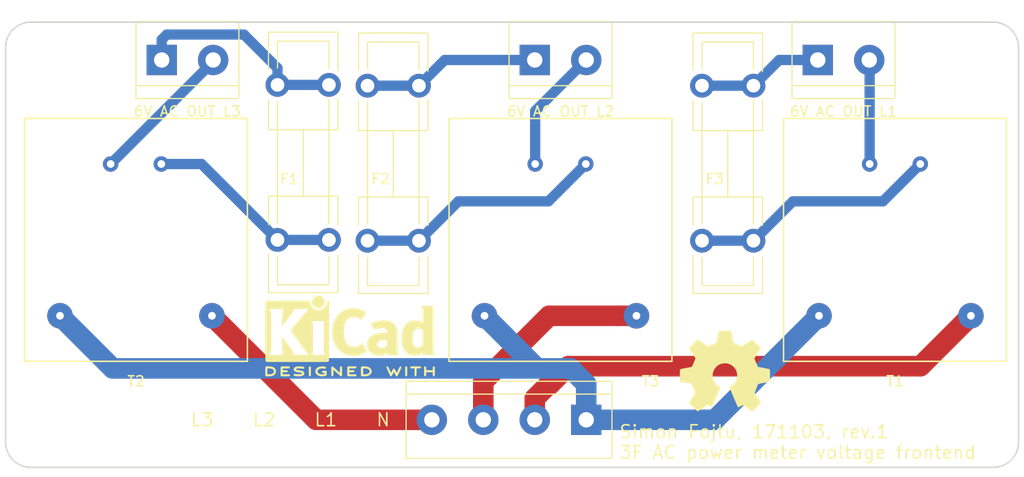
<source format=kicad_pcb>
(kicad_pcb (version 4) (host pcbnew 4.0.4-stable)

  (general
    (links 0)
    (no_connects 0)
    (area 89.924999 74.924999 190.075001 119.075001)
    (thickness 1.6)
    (drawings 9)
    (tracks 50)
    (zones 0)
    (modules 16)
    (nets 14)
  )

  (page A4)
  (title_block
    (title "3F AC power meter voltage frontend")
    (date 2017-11-04)
    (rev 1)
    (company "Simon Fojtu")
  )

  (layers
    (0 F.Cu signal)
    (31 B.Cu signal)
    (32 B.Adhes user)
    (33 F.Adhes user)
    (34 B.Paste user)
    (35 F.Paste user)
    (36 B.SilkS user)
    (37 F.SilkS user)
    (38 B.Mask user)
    (39 F.Mask user)
    (40 Dwgs.User user)
    (41 Cmts.User user)
    (42 Eco1.User user)
    (43 Eco2.User user)
    (44 Edge.Cuts user)
    (45 Margin user)
    (46 B.CrtYd user)
    (47 F.CrtYd user)
    (48 B.Fab user)
    (49 F.Fab user)
  )

  (setup
    (last_trace_width 1.016)
    (trace_clearance 0.508)
    (zone_clearance 0.508)
    (zone_45_only no)
    (trace_min 0.2)
    (segment_width 0.2)
    (edge_width 0.15)
    (via_size 0.6)
    (via_drill 0.4)
    (via_min_size 0.4)
    (via_min_drill 0.3)
    (uvia_size 0.3)
    (uvia_drill 0.1)
    (uvias_allowed no)
    (uvia_min_size 0)
    (uvia_min_drill 0)
    (pcb_text_width 0.3)
    (pcb_text_size 1.5 1.5)
    (mod_edge_width 0.15)
    (mod_text_size 1 1)
    (mod_text_width 0.15)
    (pad_size 1.524 1.524)
    (pad_drill 0.762)
    (pad_to_mask_clearance 0.2)
    (aux_axis_origin 0 0)
    (visible_elements FFFFFF7F)
    (pcbplotparams
      (layerselection 0x00030_80000001)
      (usegerberextensions false)
      (excludeedgelayer true)
      (linewidth 0.100000)
      (plotframeref false)
      (viasonmask false)
      (mode 1)
      (useauxorigin false)
      (hpglpennumber 1)
      (hpglpenspeed 20)
      (hpglpendiameter 15)
      (hpglpenoverlay 2)
      (psnegative false)
      (psa4output false)
      (plotreference true)
      (plotvalue true)
      (plotinvisibletext false)
      (padsonsilk false)
      (subtractmaskfromsilk false)
      (outputformat 1)
      (mirror false)
      (drillshape 1)
      (scaleselection 1)
      (outputdirectory ""))
  )

  (net 0 "")
  (net 1 "Net-(F1-Pad2)")
  (net 2 "Net-(F1-Pad1)")
  (net 3 "Net-(F2-Pad2)")
  (net 4 "Net-(F2-Pad1)")
  (net 5 "Net-(F3-Pad2)")
  (net 6 "Net-(F3-Pad1)")
  (net 7 "Net-(P1-Pad2)")
  (net 8 "Net-(P1-Pad3)")
  (net 9 GND)
  (net 10 "Net-(P1-Pad4)")
  (net 11 "Net-(P2-Pad2)")
  (net 12 "Net-(P3-Pad2)")
  (net 13 "Net-(P4-Pad2)")

  (net_class Default "This is the default net class."
    (clearance 0.508)
    (trace_width 1.016)
    (via_dia 0.6)
    (via_drill 0.4)
    (uvia_dia 0.3)
    (uvia_drill 0.1)
    (add_net "Net-(F1-Pad1)")
    (add_net "Net-(F1-Pad2)")
    (add_net "Net-(F2-Pad1)")
    (add_net "Net-(F2-Pad2)")
    (add_net "Net-(F3-Pad1)")
    (add_net "Net-(F3-Pad2)")
    (add_net "Net-(P2-Pad2)")
    (add_net "Net-(P3-Pad2)")
    (add_net "Net-(P4-Pad2)")
  )

  (net_class live ""
    (clearance 2.032)
    (trace_width 2.032)
    (via_dia 0.6)
    (via_drill 0.4)
    (uvia_dia 0.3)
    (uvia_drill 0.1)
    (add_net GND)
    (add_net "Net-(P1-Pad2)")
    (add_net "Net-(P1-Pad3)")
    (add_net "Net-(P1-Pad4)")
  )

  (module Fuse_Holders_and_Fuses:Fuseholder5x20_horiz_open_lateral_Type-II (layer F.Cu) (tedit 5880C40E) (tstamp 59FC83AB)
    (at 116.84 96.52 90)
    (descr "Fuseholder, 5x20, open, horizontal, Type-II, lateral,")
    (tags "Fuseholder 5x20 open horizontal Type-II lateral Sicherungshalter offen ")
    (path /59FC8212)
    (fp_text reference F1 (at 6.02 1.16 180) (layer F.SilkS)
      (effects (font (size 1 1) (thickness 0.15)))
    )
    (fp_text value 3A (at 8.52 2.66 90) (layer F.Fab)
      (effects (font (size 1 1) (thickness 0.15)))
    )
    (fp_line (start 0.01 2.54) (end 15.36 2.54) (layer F.Fab) (width 0.1))
    (fp_line (start -4.44 -0.01) (end 19.66 -0.01) (layer F.Fab) (width 0.1))
    (fp_line (start 19.66 -0.01) (end 19.66 5.09) (layer F.Fab) (width 0.1))
    (fp_line (start 19.66 5.09) (end -4.44 5.09) (layer F.Fab) (width 0.1))
    (fp_line (start -4.44 5.09) (end -4.44 0.04) (layer F.Fab) (width 0.1))
    (fp_line (start 10.96 -0.81) (end 10.96 5.89) (layer F.Fab) (width 0.1))
    (fp_line (start 10.96 5.89) (end 20.51 5.89) (layer F.Fab) (width 0.1))
    (fp_line (start 20.51 5.89) (end 20.51 -0.76) (layer F.Fab) (width 0.1))
    (fp_line (start 20.51 -0.76) (end 10.96 -0.81) (layer F.Fab) (width 0.1))
    (fp_line (start -5.14 -0.81) (end 4.21 -0.81) (layer F.Fab) (width 0.1))
    (fp_line (start 4.21 -0.81) (end 4.21 5.89) (layer F.Fab) (width 0.1))
    (fp_line (start 4.21 5.89) (end -5.14 5.89) (layer F.Fab) (width 0.1))
    (fp_line (start -5.14 5.89) (end -5.14 -0.81) (layer F.Fab) (width 0.1))
    (fp_line (start 10.91 2.54) (end 4.41 2.54) (layer F.SilkS) (width 0.12))
    (fp_line (start 20.53 5.97) (end 16.72 5.97) (layer F.SilkS) (width 0.12))
    (fp_line (start 10.88 5.97) (end 13.92 5.97) (layer F.SilkS) (width 0.12))
    (fp_line (start 13.38 5.08) (end 13.92 5.08) (layer F.SilkS) (width 0.12))
    (fp_line (start 19.64 5.08) (end 16.97 5.08) (layer F.SilkS) (width 0.12))
    (fp_line (start 10.88 0) (end 13.67 0) (layer F.SilkS) (width 0.12))
    (fp_line (start 19.64 0) (end 16.97 0) (layer F.SilkS) (width 0.12))
    (fp_line (start 20.53 -0.89) (end 16.85 -0.89) (layer F.SilkS) (width 0.12))
    (fp_line (start 10.88 -0.89) (end 13.8 -0.89) (layer F.SilkS) (width 0.12))
    (fp_line (start -5.21 5.97) (end -1.52 5.97) (layer F.SilkS) (width 0.12))
    (fp_line (start 4.32 5.97) (end 1.52 5.97) (layer F.SilkS) (width 0.12))
    (fp_line (start 1.78 5.08) (end 1.65 5.08) (layer F.SilkS) (width 0.12))
    (fp_line (start 1.78 5.08) (end 4.32 5.08) (layer F.SilkS) (width 0.12))
    (fp_line (start -4.44 5.08) (end -1.65 5.08) (layer F.SilkS) (width 0.12))
    (fp_line (start -5.21 -0.89) (end -1.4 -0.89) (layer F.SilkS) (width 0.12))
    (fp_line (start 4.32 -0.89) (end 1.52 -0.89) (layer F.SilkS) (width 0.12))
    (fp_line (start 4.32 0) (end 1.65 0) (layer F.SilkS) (width 0.12))
    (fp_line (start -4.44 0) (end -1.65 0) (layer F.SilkS) (width 0.12))
    (fp_line (start 20.53 -0.89) (end 20.53 5.97) (layer F.SilkS) (width 0.12))
    (fp_line (start 10.88 5.97) (end 10.88 5.08) (layer F.SilkS) (width 0.12))
    (fp_line (start 10.88 -0.89) (end 10.88 0) (layer F.SilkS) (width 0.12))
    (fp_line (start -5.21 -0.89) (end -5.21 5.97) (layer F.SilkS) (width 0.12))
    (fp_line (start 4.32 5.97) (end 4.32 5.08) (layer F.SilkS) (width 0.12))
    (fp_line (start 4.32 -0.89) (end 4.32 0.13) (layer F.SilkS) (width 0.12))
    (fp_line (start 13.38 5.08) (end 1.69 5.08) (layer F.SilkS) (width 0.12))
    (fp_line (start 1.82 0) (end 13.38 0) (layer F.SilkS) (width 0.12))
    (fp_line (start 4.32 2.54) (end 4.32 0) (layer F.SilkS) (width 0.12))
    (fp_line (start -4.44 0) (end -4.44 5.08) (layer F.SilkS) (width 0.12))
    (fp_line (start 4.32 5.08) (end 4.32 2.54) (layer F.SilkS) (width 0.12))
    (fp_line (start 10.88 2.54) (end 10.88 0) (layer F.SilkS) (width 0.12))
    (fp_line (start 19.64 0) (end 19.64 5.08) (layer F.SilkS) (width 0.12))
    (fp_line (start 10.88 5.08) (end 10.88 2.54) (layer F.SilkS) (width 0.12))
    (fp_line (start -5.39 -1.42) (end 20.76 -1.42) (layer F.CrtYd) (width 0.05))
    (fp_line (start -5.39 -1.42) (end -5.39 6.5) (layer F.CrtYd) (width 0.05))
    (fp_line (start 20.76 6.5) (end 20.76 -1.42) (layer F.CrtYd) (width 0.05))
    (fp_line (start 20.76 6.5) (end -5.39 6.5) (layer F.CrtYd) (width 0.05))
    (pad 2 thru_hole circle (at 15.32 0 90) (size 2.35 2.35) (drill 1.35) (layers *.Cu *.Mask)
      (net 1 "Net-(F1-Pad2)"))
    (pad 2 thru_hole circle (at 15.32 5.08 90) (size 2.35 2.35) (drill 1.35) (layers *.Cu *.Mask)
      (net 1 "Net-(F1-Pad2)"))
    (pad 1 thru_hole circle (at 0 0 90) (size 2.35 2.35) (drill 1.35) (layers *.Cu *.Mask)
      (net 2 "Net-(F1-Pad1)"))
    (pad 1 thru_hole circle (at 0 5.08 90) (size 2.35 2.35) (drill 1.35) (layers *.Cu *.Mask)
      (net 2 "Net-(F1-Pad1)"))
  )

  (module Fuse_Holders_and_Fuses:Fuseholder5x20_horiz_open_lateral_Type-II (layer F.Cu) (tedit 5880C40E) (tstamp 59FC83E4)
    (at 125.73 96.6 90)
    (descr "Fuseholder, 5x20, open, horizontal, Type-II, lateral,")
    (tags "Fuseholder 5x20 open horizontal Type-II lateral Sicherungshalter offen ")
    (path /59FC8159)
    (fp_text reference F2 (at 6.1 1.27 180) (layer F.SilkS)
      (effects (font (size 1 1) (thickness 0.15)))
    )
    (fp_text value 3A (at 8.6 2.54 270) (layer F.Fab)
      (effects (font (size 1 1) (thickness 0.15)))
    )
    (fp_line (start 0.01 2.54) (end 15.36 2.54) (layer F.Fab) (width 0.1))
    (fp_line (start -4.44 -0.01) (end 19.66 -0.01) (layer F.Fab) (width 0.1))
    (fp_line (start 19.66 -0.01) (end 19.66 5.09) (layer F.Fab) (width 0.1))
    (fp_line (start 19.66 5.09) (end -4.44 5.09) (layer F.Fab) (width 0.1))
    (fp_line (start -4.44 5.09) (end -4.44 0.04) (layer F.Fab) (width 0.1))
    (fp_line (start 10.96 -0.81) (end 10.96 5.89) (layer F.Fab) (width 0.1))
    (fp_line (start 10.96 5.89) (end 20.51 5.89) (layer F.Fab) (width 0.1))
    (fp_line (start 20.51 5.89) (end 20.51 -0.76) (layer F.Fab) (width 0.1))
    (fp_line (start 20.51 -0.76) (end 10.96 -0.81) (layer F.Fab) (width 0.1))
    (fp_line (start -5.14 -0.81) (end 4.21 -0.81) (layer F.Fab) (width 0.1))
    (fp_line (start 4.21 -0.81) (end 4.21 5.89) (layer F.Fab) (width 0.1))
    (fp_line (start 4.21 5.89) (end -5.14 5.89) (layer F.Fab) (width 0.1))
    (fp_line (start -5.14 5.89) (end -5.14 -0.81) (layer F.Fab) (width 0.1))
    (fp_line (start 10.91 2.54) (end 4.41 2.54) (layer F.SilkS) (width 0.12))
    (fp_line (start 20.53 5.97) (end 16.72 5.97) (layer F.SilkS) (width 0.12))
    (fp_line (start 10.88 5.97) (end 13.92 5.97) (layer F.SilkS) (width 0.12))
    (fp_line (start 13.38 5.08) (end 13.92 5.08) (layer F.SilkS) (width 0.12))
    (fp_line (start 19.64 5.08) (end 16.97 5.08) (layer F.SilkS) (width 0.12))
    (fp_line (start 10.88 0) (end 13.67 0) (layer F.SilkS) (width 0.12))
    (fp_line (start 19.64 0) (end 16.97 0) (layer F.SilkS) (width 0.12))
    (fp_line (start 20.53 -0.89) (end 16.85 -0.89) (layer F.SilkS) (width 0.12))
    (fp_line (start 10.88 -0.89) (end 13.8 -0.89) (layer F.SilkS) (width 0.12))
    (fp_line (start -5.21 5.97) (end -1.52 5.97) (layer F.SilkS) (width 0.12))
    (fp_line (start 4.32 5.97) (end 1.52 5.97) (layer F.SilkS) (width 0.12))
    (fp_line (start 1.78 5.08) (end 1.65 5.08) (layer F.SilkS) (width 0.12))
    (fp_line (start 1.78 5.08) (end 4.32 5.08) (layer F.SilkS) (width 0.12))
    (fp_line (start -4.44 5.08) (end -1.65 5.08) (layer F.SilkS) (width 0.12))
    (fp_line (start -5.21 -0.89) (end -1.4 -0.89) (layer F.SilkS) (width 0.12))
    (fp_line (start 4.32 -0.89) (end 1.52 -0.89) (layer F.SilkS) (width 0.12))
    (fp_line (start 4.32 0) (end 1.65 0) (layer F.SilkS) (width 0.12))
    (fp_line (start -4.44 0) (end -1.65 0) (layer F.SilkS) (width 0.12))
    (fp_line (start 20.53 -0.89) (end 20.53 5.97) (layer F.SilkS) (width 0.12))
    (fp_line (start 10.88 5.97) (end 10.88 5.08) (layer F.SilkS) (width 0.12))
    (fp_line (start 10.88 -0.89) (end 10.88 0) (layer F.SilkS) (width 0.12))
    (fp_line (start -5.21 -0.89) (end -5.21 5.97) (layer F.SilkS) (width 0.12))
    (fp_line (start 4.32 5.97) (end 4.32 5.08) (layer F.SilkS) (width 0.12))
    (fp_line (start 4.32 -0.89) (end 4.32 0.13) (layer F.SilkS) (width 0.12))
    (fp_line (start 13.38 5.08) (end 1.69 5.08) (layer F.SilkS) (width 0.12))
    (fp_line (start 1.82 0) (end 13.38 0) (layer F.SilkS) (width 0.12))
    (fp_line (start 4.32 2.54) (end 4.32 0) (layer F.SilkS) (width 0.12))
    (fp_line (start -4.44 0) (end -4.44 5.08) (layer F.SilkS) (width 0.12))
    (fp_line (start 4.32 5.08) (end 4.32 2.54) (layer F.SilkS) (width 0.12))
    (fp_line (start 10.88 2.54) (end 10.88 0) (layer F.SilkS) (width 0.12))
    (fp_line (start 19.64 0) (end 19.64 5.08) (layer F.SilkS) (width 0.12))
    (fp_line (start 10.88 5.08) (end 10.88 2.54) (layer F.SilkS) (width 0.12))
    (fp_line (start -5.39 -1.42) (end 20.76 -1.42) (layer F.CrtYd) (width 0.05))
    (fp_line (start -5.39 -1.42) (end -5.39 6.5) (layer F.CrtYd) (width 0.05))
    (fp_line (start 20.76 6.5) (end 20.76 -1.42) (layer F.CrtYd) (width 0.05))
    (fp_line (start 20.76 6.5) (end -5.39 6.5) (layer F.CrtYd) (width 0.05))
    (pad 2 thru_hole circle (at 15.32 0 90) (size 2.35 2.35) (drill 1.35) (layers *.Cu *.Mask)
      (net 3 "Net-(F2-Pad2)"))
    (pad 2 thru_hole circle (at 15.32 5.08 90) (size 2.35 2.35) (drill 1.35) (layers *.Cu *.Mask)
      (net 3 "Net-(F2-Pad2)"))
    (pad 1 thru_hole circle (at 0 0 90) (size 2.35 2.35) (drill 1.35) (layers *.Cu *.Mask)
      (net 4 "Net-(F2-Pad1)"))
    (pad 1 thru_hole circle (at 0 5.08 90) (size 2.35 2.35) (drill 1.35) (layers *.Cu *.Mask)
      (net 4 "Net-(F2-Pad1)"))
  )

  (module Fuse_Holders_and_Fuses:Fuseholder5x20_horiz_open_lateral_Type-II (layer F.Cu) (tedit 5880C40E) (tstamp 59FC841D)
    (at 158.75 96.6 90)
    (descr "Fuseholder, 5x20, open, horizontal, Type-II, lateral,")
    (tags "Fuseholder 5x20 open horizontal Type-II lateral Sicherungshalter offen ")
    (path /59FC7686)
    (fp_text reference F3 (at 6.1 1.25 180) (layer F.SilkS)
      (effects (font (size 1 1) (thickness 0.15)))
    )
    (fp_text value 3A (at 7.7 2.54 90) (layer F.Fab)
      (effects (font (size 1 1) (thickness 0.15)))
    )
    (fp_line (start 0.01 2.54) (end 15.36 2.54) (layer F.Fab) (width 0.1))
    (fp_line (start -4.44 -0.01) (end 19.66 -0.01) (layer F.Fab) (width 0.1))
    (fp_line (start 19.66 -0.01) (end 19.66 5.09) (layer F.Fab) (width 0.1))
    (fp_line (start 19.66 5.09) (end -4.44 5.09) (layer F.Fab) (width 0.1))
    (fp_line (start -4.44 5.09) (end -4.44 0.04) (layer F.Fab) (width 0.1))
    (fp_line (start 10.96 -0.81) (end 10.96 5.89) (layer F.Fab) (width 0.1))
    (fp_line (start 10.96 5.89) (end 20.51 5.89) (layer F.Fab) (width 0.1))
    (fp_line (start 20.51 5.89) (end 20.51 -0.76) (layer F.Fab) (width 0.1))
    (fp_line (start 20.51 -0.76) (end 10.96 -0.81) (layer F.Fab) (width 0.1))
    (fp_line (start -5.14 -0.81) (end 4.21 -0.81) (layer F.Fab) (width 0.1))
    (fp_line (start 4.21 -0.81) (end 4.21 5.89) (layer F.Fab) (width 0.1))
    (fp_line (start 4.21 5.89) (end -5.14 5.89) (layer F.Fab) (width 0.1))
    (fp_line (start -5.14 5.89) (end -5.14 -0.81) (layer F.Fab) (width 0.1))
    (fp_line (start 10.91 2.54) (end 4.41 2.54) (layer F.SilkS) (width 0.12))
    (fp_line (start 20.53 5.97) (end 16.72 5.97) (layer F.SilkS) (width 0.12))
    (fp_line (start 10.88 5.97) (end 13.92 5.97) (layer F.SilkS) (width 0.12))
    (fp_line (start 13.38 5.08) (end 13.92 5.08) (layer F.SilkS) (width 0.12))
    (fp_line (start 19.64 5.08) (end 16.97 5.08) (layer F.SilkS) (width 0.12))
    (fp_line (start 10.88 0) (end 13.67 0) (layer F.SilkS) (width 0.12))
    (fp_line (start 19.64 0) (end 16.97 0) (layer F.SilkS) (width 0.12))
    (fp_line (start 20.53 -0.89) (end 16.85 -0.89) (layer F.SilkS) (width 0.12))
    (fp_line (start 10.88 -0.89) (end 13.8 -0.89) (layer F.SilkS) (width 0.12))
    (fp_line (start -5.21 5.97) (end -1.52 5.97) (layer F.SilkS) (width 0.12))
    (fp_line (start 4.32 5.97) (end 1.52 5.97) (layer F.SilkS) (width 0.12))
    (fp_line (start 1.78 5.08) (end 1.65 5.08) (layer F.SilkS) (width 0.12))
    (fp_line (start 1.78 5.08) (end 4.32 5.08) (layer F.SilkS) (width 0.12))
    (fp_line (start -4.44 5.08) (end -1.65 5.08) (layer F.SilkS) (width 0.12))
    (fp_line (start -5.21 -0.89) (end -1.4 -0.89) (layer F.SilkS) (width 0.12))
    (fp_line (start 4.32 -0.89) (end 1.52 -0.89) (layer F.SilkS) (width 0.12))
    (fp_line (start 4.32 0) (end 1.65 0) (layer F.SilkS) (width 0.12))
    (fp_line (start -4.44 0) (end -1.65 0) (layer F.SilkS) (width 0.12))
    (fp_line (start 20.53 -0.89) (end 20.53 5.97) (layer F.SilkS) (width 0.12))
    (fp_line (start 10.88 5.97) (end 10.88 5.08) (layer F.SilkS) (width 0.12))
    (fp_line (start 10.88 -0.89) (end 10.88 0) (layer F.SilkS) (width 0.12))
    (fp_line (start -5.21 -0.89) (end -5.21 5.97) (layer F.SilkS) (width 0.12))
    (fp_line (start 4.32 5.97) (end 4.32 5.08) (layer F.SilkS) (width 0.12))
    (fp_line (start 4.32 -0.89) (end 4.32 0.13) (layer F.SilkS) (width 0.12))
    (fp_line (start 13.38 5.08) (end 1.69 5.08) (layer F.SilkS) (width 0.12))
    (fp_line (start 1.82 0) (end 13.38 0) (layer F.SilkS) (width 0.12))
    (fp_line (start 4.32 2.54) (end 4.32 0) (layer F.SilkS) (width 0.12))
    (fp_line (start -4.44 0) (end -4.44 5.08) (layer F.SilkS) (width 0.12))
    (fp_line (start 4.32 5.08) (end 4.32 2.54) (layer F.SilkS) (width 0.12))
    (fp_line (start 10.88 2.54) (end 10.88 0) (layer F.SilkS) (width 0.12))
    (fp_line (start 19.64 0) (end 19.64 5.08) (layer F.SilkS) (width 0.12))
    (fp_line (start 10.88 5.08) (end 10.88 2.54) (layer F.SilkS) (width 0.12))
    (fp_line (start -5.39 -1.42) (end 20.76 -1.42) (layer F.CrtYd) (width 0.05))
    (fp_line (start -5.39 -1.42) (end -5.39 6.5) (layer F.CrtYd) (width 0.05))
    (fp_line (start 20.76 6.5) (end 20.76 -1.42) (layer F.CrtYd) (width 0.05))
    (fp_line (start 20.76 6.5) (end -5.39 6.5) (layer F.CrtYd) (width 0.05))
    (pad 2 thru_hole circle (at 15.32 0 90) (size 2.35 2.35) (drill 1.35) (layers *.Cu *.Mask)
      (net 5 "Net-(F3-Pad2)"))
    (pad 2 thru_hole circle (at 15.32 5.08 90) (size 2.35 2.35) (drill 1.35) (layers *.Cu *.Mask)
      (net 5 "Net-(F3-Pad2)"))
    (pad 1 thru_hole circle (at 0 0 90) (size 2.35 2.35) (drill 1.35) (layers *.Cu *.Mask)
      (net 6 "Net-(F3-Pad1)"))
    (pad 1 thru_hole circle (at 0 5.08 90) (size 2.35 2.35) (drill 1.35) (layers *.Cu *.Mask)
      (net 6 "Net-(F3-Pad1)"))
  )

  (module Connect:bornier4 (layer F.Cu) (tedit 59FC863A) (tstamp 59FC8434)
    (at 147.32 114.3 180)
    (descr "Bornier d'alimentation 4 pins")
    (tags DEV)
    (path /59F1C3E0)
    (fp_text reference P1 (at 7.6 -4.8 180) (layer F.Fab)
      (effects (font (size 1 1) (thickness 0.15)))
    )
    (fp_text value "L3    L2    L1    N" (at 29.21 0 180) (layer F.SilkS)
      (effects (font (size 1.27 1.27) (thickness 0.1524)))
    )
    (fp_line (start -2.48 2.55) (end 17.72 2.55) (layer F.Fab) (width 0.1))
    (fp_line (start -2.43 3.75) (end -2.48 3.75) (layer F.Fab) (width 0.1))
    (fp_line (start -2.48 3.75) (end -2.48 -3.75) (layer F.Fab) (width 0.1))
    (fp_line (start -2.48 -3.75) (end 17.72 -3.75) (layer F.Fab) (width 0.1))
    (fp_line (start 17.72 -3.75) (end 17.72 3.75) (layer F.Fab) (width 0.1))
    (fp_line (start 17.72 3.75) (end -2.43 3.75) (layer F.Fab) (width 0.1))
    (fp_line (start -2.54 -3.81) (end -2.54 3.81) (layer F.SilkS) (width 0.12))
    (fp_line (start 17.78 3.81) (end 17.78 -3.81) (layer F.SilkS) (width 0.12))
    (fp_line (start 17.78 2.54) (end -2.54 2.54) (layer F.SilkS) (width 0.12))
    (fp_line (start -2.54 -3.81) (end 17.78 -3.81) (layer F.SilkS) (width 0.12))
    (fp_line (start -2.54 3.81) (end 17.78 3.81) (layer F.SilkS) (width 0.12))
    (fp_line (start -2.73 -4) (end 17.97 -4) (layer F.CrtYd) (width 0.05))
    (fp_line (start -2.73 -4) (end -2.73 4) (layer F.CrtYd) (width 0.05))
    (fp_line (start 17.97 4) (end 17.97 -4) (layer F.CrtYd) (width 0.05))
    (fp_line (start 17.97 4) (end -2.73 4) (layer F.CrtYd) (width 0.05))
    (pad 2 thru_hole circle (at 5.08 0 180) (size 3 3) (drill 1.52) (layers *.Cu *.Mask)
      (net 7 "Net-(P1-Pad2)"))
    (pad 3 thru_hole circle (at 10.16 0 180) (size 3 3) (drill 1.52) (layers *.Cu *.Mask)
      (net 8 "Net-(P1-Pad3)"))
    (pad 1 thru_hole rect (at 0 0 180) (size 3 3) (drill 1.52) (layers *.Cu *.Mask)
      (net 9 GND))
    (pad 4 thru_hole circle (at 15.24 0 180) (size 3 3) (drill 1.52) (layers *.Cu *.Mask)
      (net 10 "Net-(P1-Pad4)"))
    (model ${KISYS3DMOD}/Connectors.3dshapes/bornier4.wrl
      (at (xyz 0 0 0))
      (scale (xyz 1 1 1))
      (rotate (xyz 0 0 0))
    )
  )

  (module Connect:bornier2 (layer F.Cu) (tedit 59FC86CC) (tstamp 59FC8448)
    (at 170.18 78.74)
    (descr "Bornier d'alimentation 2 pins")
    (tags DEV)
    (path /59F1C56B)
    (fp_text reference P2 (at 2.54 -5.08) (layer F.Fab)
      (effects (font (size 1 1) (thickness 0.15)))
    )
    (fp_text value "6V AC OUT L1" (at 2.54 5.08) (layer F.SilkS)
      (effects (font (size 1 1) (thickness 0.15)))
    )
    (fp_line (start -2.41 2.55) (end 7.49 2.55) (layer F.Fab) (width 0.1))
    (fp_line (start -2.46 -3.75) (end -2.46 3.75) (layer F.Fab) (width 0.1))
    (fp_line (start -2.46 3.75) (end 7.54 3.75) (layer F.Fab) (width 0.1))
    (fp_line (start 7.54 3.75) (end 7.54 -3.75) (layer F.Fab) (width 0.1))
    (fp_line (start 7.54 -3.75) (end -2.46 -3.75) (layer F.Fab) (width 0.1))
    (fp_line (start 7.62 2.54) (end -2.54 2.54) (layer F.SilkS) (width 0.12))
    (fp_line (start 7.62 3.81) (end 7.62 -3.81) (layer F.SilkS) (width 0.12))
    (fp_line (start 7.62 -3.81) (end -2.54 -3.81) (layer F.SilkS) (width 0.12))
    (fp_line (start -2.54 -3.81) (end -2.54 3.81) (layer F.SilkS) (width 0.12))
    (fp_line (start -2.54 3.81) (end 7.62 3.81) (layer F.SilkS) (width 0.12))
    (fp_line (start -2.71 -4) (end 7.79 -4) (layer F.CrtYd) (width 0.05))
    (fp_line (start -2.71 -4) (end -2.71 4) (layer F.CrtYd) (width 0.05))
    (fp_line (start 7.79 4) (end 7.79 -4) (layer F.CrtYd) (width 0.05))
    (fp_line (start 7.79 4) (end -2.71 4) (layer F.CrtYd) (width 0.05))
    (pad 1 thru_hole rect (at 0 0) (size 3 3) (drill 1.52) (layers *.Cu *.Mask)
      (net 5 "Net-(F3-Pad2)"))
    (pad 2 thru_hole circle (at 5.08 0) (size 3 3) (drill 1.52) (layers *.Cu *.Mask)
      (net 11 "Net-(P2-Pad2)"))
    (model ${KISYS3DMOD}/Connectors.3dshapes/bornier2.wrl
      (at (xyz 0 0 0))
      (scale (xyz 1 1 1))
      (rotate (xyz 0 0 0))
    )
  )

  (module Connect:bornier2 (layer F.Cu) (tedit 59FC8690) (tstamp 59FC845C)
    (at 105.41 78.74)
    (descr "Bornier d'alimentation 2 pins")
    (tags DEV)
    (path /59FC8209)
    (fp_text reference P3 (at 2.54 -5.08) (layer F.Fab)
      (effects (font (size 1 1) (thickness 0.15)))
    )
    (fp_text value "6V AC OUT L3" (at 2.54 5.08 180) (layer F.SilkS)
      (effects (font (size 1 1) (thickness 0.15)))
    )
    (fp_line (start -2.41 2.55) (end 7.49 2.55) (layer F.Fab) (width 0.1))
    (fp_line (start -2.46 -3.75) (end -2.46 3.75) (layer F.Fab) (width 0.1))
    (fp_line (start -2.46 3.75) (end 7.54 3.75) (layer F.Fab) (width 0.1))
    (fp_line (start 7.54 3.75) (end 7.54 -3.75) (layer F.Fab) (width 0.1))
    (fp_line (start 7.54 -3.75) (end -2.46 -3.75) (layer F.Fab) (width 0.1))
    (fp_line (start 7.62 2.54) (end -2.54 2.54) (layer F.SilkS) (width 0.12))
    (fp_line (start 7.62 3.81) (end 7.62 -3.81) (layer F.SilkS) (width 0.12))
    (fp_line (start 7.62 -3.81) (end -2.54 -3.81) (layer F.SilkS) (width 0.12))
    (fp_line (start -2.54 -3.81) (end -2.54 3.81) (layer F.SilkS) (width 0.12))
    (fp_line (start -2.54 3.81) (end 7.62 3.81) (layer F.SilkS) (width 0.12))
    (fp_line (start -2.71 -4) (end 7.79 -4) (layer F.CrtYd) (width 0.05))
    (fp_line (start -2.71 -4) (end -2.71 4) (layer F.CrtYd) (width 0.05))
    (fp_line (start 7.79 4) (end 7.79 -4) (layer F.CrtYd) (width 0.05))
    (fp_line (start 7.79 4) (end -2.71 4) (layer F.CrtYd) (width 0.05))
    (pad 1 thru_hole rect (at 0 0) (size 3 3) (drill 1.52) (layers *.Cu *.Mask)
      (net 1 "Net-(F1-Pad2)"))
    (pad 2 thru_hole circle (at 5.08 0) (size 3 3) (drill 1.52) (layers *.Cu *.Mask)
      (net 12 "Net-(P3-Pad2)"))
    (model ${KISYS3DMOD}/Connectors.3dshapes/bornier2.wrl
      (at (xyz 0 0 0))
      (scale (xyz 1 1 1))
      (rotate (xyz 0 0 0))
    )
  )

  (module Connect:bornier2 (layer F.Cu) (tedit 59FC86C8) (tstamp 59FC8470)
    (at 142.24 78.74)
    (descr "Bornier d'alimentation 2 pins")
    (tags DEV)
    (path /59FC8150)
    (fp_text reference P4 (at 2.54 -5.08) (layer F.Fab)
      (effects (font (size 1 1) (thickness 0.15)))
    )
    (fp_text value "6V AC OUT L2" (at 2.54 5.08) (layer F.SilkS)
      (effects (font (size 1 1) (thickness 0.15)))
    )
    (fp_line (start -2.41 2.55) (end 7.49 2.55) (layer F.Fab) (width 0.1))
    (fp_line (start -2.46 -3.75) (end -2.46 3.75) (layer F.Fab) (width 0.1))
    (fp_line (start -2.46 3.75) (end 7.54 3.75) (layer F.Fab) (width 0.1))
    (fp_line (start 7.54 3.75) (end 7.54 -3.75) (layer F.Fab) (width 0.1))
    (fp_line (start 7.54 -3.75) (end -2.46 -3.75) (layer F.Fab) (width 0.1))
    (fp_line (start 7.62 2.54) (end -2.54 2.54) (layer F.SilkS) (width 0.12))
    (fp_line (start 7.62 3.81) (end 7.62 -3.81) (layer F.SilkS) (width 0.12))
    (fp_line (start 7.62 -3.81) (end -2.54 -3.81) (layer F.SilkS) (width 0.12))
    (fp_line (start -2.54 -3.81) (end -2.54 3.81) (layer F.SilkS) (width 0.12))
    (fp_line (start -2.54 3.81) (end 7.62 3.81) (layer F.SilkS) (width 0.12))
    (fp_line (start -2.71 -4) (end 7.79 -4) (layer F.CrtYd) (width 0.05))
    (fp_line (start -2.71 -4) (end -2.71 4) (layer F.CrtYd) (width 0.05))
    (fp_line (start 7.79 4) (end 7.79 -4) (layer F.CrtYd) (width 0.05))
    (fp_line (start 7.79 4) (end -2.71 4) (layer F.CrtYd) (width 0.05))
    (pad 1 thru_hole rect (at 0 0) (size 3 3) (drill 1.52) (layers *.Cu *.Mask)
      (net 3 "Net-(F2-Pad2)"))
    (pad 2 thru_hole circle (at 5.08 0) (size 3 3) (drill 1.52) (layers *.Cu *.Mask)
      (net 13 "Net-(P4-Pad2)"))
    (model ${KISYS3DMOD}/Connectors.3dshapes/bornier2.wrl
      (at (xyz 0 0 0))
      (scale (xyz 1 1 1))
      (rotate (xyz 0 0 0))
    )
  )

  (module Mounting_Holes:MountingHole_3.2mm_M3 (layer F.Cu) (tedit 59FC867E) (tstamp 59FC8478)
    (at 185 80.01 90)
    (descr "Mounting Hole 3.2mm, no annular, M3")
    (tags "mounting hole 3.2mm no annular m3")
    (path /59F1C82E)
    (attr virtual)
    (fp_text reference P5 (at 0 -4.2 90) (layer F.Fab)
      (effects (font (size 1 1) (thickness 0.15)))
    )
    (fp_text value "mounting hole" (at 5.08 0 180) (layer F.Fab)
      (effects (font (size 1 1) (thickness 0.15)))
    )
    (fp_text user %R (at 0.3 0 90) (layer F.Fab)
      (effects (font (size 1 1) (thickness 0.15)))
    )
    (fp_circle (center 0 0) (end 3.2 0) (layer Cmts.User) (width 0.15))
    (fp_circle (center 0 0) (end 3.45 0) (layer F.CrtYd) (width 0.05))
    (pad 1 np_thru_hole circle (at 0 0 90) (size 3.2 3.2) (drill 3.2) (layers *.Cu *.Mask))
  )

  (module Mounting_Holes:MountingHole_3.2mm_M3 (layer F.Cu) (tedit 59FC8640) (tstamp 59FC8480)
    (at 185 114 90)
    (descr "Mounting Hole 3.2mm, no annular, M3")
    (tags "mounting hole 3.2mm no annular m3")
    (path /59F1CAF1)
    (attr virtual)
    (fp_text reference P6 (at 0 -4.2 90) (layer F.Fab)
      (effects (font (size 1 1) (thickness 0.15)))
    )
    (fp_text value "mounting hole" (at -5.08 -0.014173 180) (layer F.Fab)
      (effects (font (size 1 1) (thickness 0.15)))
    )
    (fp_text user %R (at 0.3 0 90) (layer F.Fab)
      (effects (font (size 1 1) (thickness 0.15)))
    )
    (fp_circle (center 0 0) (end 3.2 0) (layer Cmts.User) (width 0.15))
    (fp_circle (center 0 0) (end 3.45 0) (layer F.CrtYd) (width 0.05))
    (pad 1 np_thru_hole circle (at 0 0 90) (size 3.2 3.2) (drill 3.2) (layers *.Cu *.Mask))
  )

  (module Mounting_Holes:MountingHole_3.2mm_M3 (layer F.Cu) (tedit 59FC8684) (tstamp 59FC8488)
    (at 95 114 90)
    (descr "Mounting Hole 3.2mm, no annular, M3")
    (tags "mounting hole 3.2mm no annular m3")
    (path /59F1CA8A)
    (attr virtual)
    (fp_text reference P7 (at 0 -4.2 90) (layer F.Fab)
      (effects (font (size 1 1) (thickness 0.15)))
    )
    (fp_text value "mounting hole" (at -5.08 0 180) (layer F.Fab)
      (effects (font (size 1 1) (thickness 0.15)))
    )
    (fp_text user %R (at 0.3 0 90) (layer F.Fab)
      (effects (font (size 1 1) (thickness 0.15)))
    )
    (fp_circle (center 0 0) (end 3.2 0) (layer Cmts.User) (width 0.15))
    (fp_circle (center 0 0) (end 3.45 0) (layer F.CrtYd) (width 0.05))
    (pad 1 np_thru_hole circle (at 0 0 90) (size 3.2 3.2) (drill 3.2) (layers *.Cu *.Mask))
  )

  (module Mounting_Holes:MountingHole_3.2mm_M3 (layer F.Cu) (tedit 59FC8687) (tstamp 59FC8490)
    (at 95 80.01 90)
    (descr "Mounting Hole 3.2mm, no annular, M3")
    (tags "mounting hole 3.2mm no annular m3")
    (path /59F1CAF8)
    (attr virtual)
    (fp_text reference P8 (at 0 -4.2 90) (layer F.Fab)
      (effects (font (size 1 1) (thickness 0.15)))
    )
    (fp_text value "mounting hole" (at 5.08 0 180) (layer F.Fab)
      (effects (font (size 1 1) (thickness 0.15)))
    )
    (fp_text user %R (at 0.3 0 90) (layer F.Fab)
      (effects (font (size 1 1) (thickness 0.15)))
    )
    (fp_circle (center 0 0) (end 3.2 0) (layer Cmts.User) (width 0.15))
    (fp_circle (center 0 0) (end 3.45 0) (layer F.CrtYd) (width 0.05))
    (pad 1 np_thru_hole circle (at 0 0 90) (size 3.2 3.2) (drill 3.2) (layers *.Cu *.Mask))
  )

  (module user:BV-202-0154 (layer F.Cu) (tedit 59FC8161) (tstamp 59FC849C)
    (at 177.8 96.52 90)
    (path /59F1C2C7)
    (fp_text reference T1 (at -13.97 0 180) (layer F.SilkS)
      (effects (font (size 1 1) (thickness 0.15)))
    )
    (fp_text value TRANSFO (at -2.54 0 180) (layer F.Fab)
      (effects (font (size 1 1) (thickness 0.15)))
    )
    (fp_line (start -12 11) (end -12 -11) (layer F.SilkS) (width 0.15))
    (fp_line (start 12 11) (end -12 11) (layer F.SilkS) (width 0.15))
    (fp_line (start 12 -11) (end 12 11) (layer F.SilkS) (width 0.15))
    (fp_line (start -12 -11) (end 12 -11) (layer F.SilkS) (width 0.15))
    (pad 1 thru_hole circle (at -7.5 7.5 90) (size 2.524 2.524) (drill 0.762) (layers *.Cu *.Mask)
      (net 7 "Net-(P1-Pad2)"))
    (pad 2 thru_hole circle (at -7.5 -7.5 90) (size 2.524 2.524) (drill 0.762) (layers *.Cu *.Mask)
      (net 9 GND))
    (pad 3 thru_hole circle (at 7.5 -2.5 90) (size 1.524 1.524) (drill 0.762) (layers *.Cu *.Mask)
      (net 11 "Net-(P2-Pad2)"))
    (pad 4 thru_hole circle (at 7.5 2.5 90) (size 1.524 1.524) (drill 0.762) (layers *.Cu *.Mask)
      (net 6 "Net-(F3-Pad1)"))
  )

  (module user:BV-202-0154 (layer F.Cu) (tedit 59FC8161) (tstamp 59FC84A8)
    (at 102.87 96.52 90)
    (path /59FC8203)
    (fp_text reference T2 (at -13.97 0 180) (layer F.SilkS)
      (effects (font (size 1 1) (thickness 0.15)))
    )
    (fp_text value TRANSFO (at -2.54 0 180) (layer F.Fab)
      (effects (font (size 1 1) (thickness 0.15)))
    )
    (fp_line (start -12 11) (end -12 -11) (layer F.SilkS) (width 0.15))
    (fp_line (start 12 11) (end -12 11) (layer F.SilkS) (width 0.15))
    (fp_line (start 12 -11) (end 12 11) (layer F.SilkS) (width 0.15))
    (fp_line (start -12 -11) (end 12 -11) (layer F.SilkS) (width 0.15))
    (pad 1 thru_hole circle (at -7.5 7.5 90) (size 2.524 2.524) (drill 0.762) (layers *.Cu *.Mask)
      (net 10 "Net-(P1-Pad4)"))
    (pad 2 thru_hole circle (at -7.5 -7.5 90) (size 2.524 2.524) (drill 0.762) (layers *.Cu *.Mask)
      (net 9 GND))
    (pad 3 thru_hole circle (at 7.5 -2.5 90) (size 1.524 1.524) (drill 0.762) (layers *.Cu *.Mask)
      (net 12 "Net-(P3-Pad2)"))
    (pad 4 thru_hole circle (at 7.5 2.5 90) (size 1.524 1.524) (drill 0.762) (layers *.Cu *.Mask)
      (net 2 "Net-(F1-Pad1)"))
  )

  (module user:BV-202-0154 (layer F.Cu) (tedit 59FC8161) (tstamp 59FC84B4)
    (at 144.78 96.52 90)
    (path /59FC814A)
    (fp_text reference T3 (at -13.97 8.89 180) (layer F.SilkS)
      (effects (font (size 1 1) (thickness 0.15)))
    )
    (fp_text value TRANSFO (at -2.54 0 180) (layer F.Fab)
      (effects (font (size 1 1) (thickness 0.15)))
    )
    (fp_line (start -12 11) (end -12 -11) (layer F.SilkS) (width 0.15))
    (fp_line (start 12 11) (end -12 11) (layer F.SilkS) (width 0.15))
    (fp_line (start 12 -11) (end 12 11) (layer F.SilkS) (width 0.15))
    (fp_line (start -12 -11) (end 12 -11) (layer F.SilkS) (width 0.15))
    (pad 1 thru_hole circle (at -7.5 7.5 90) (size 2.524 2.524) (drill 0.762) (layers *.Cu *.Mask)
      (net 8 "Net-(P1-Pad3)"))
    (pad 2 thru_hole circle (at -7.5 -7.5 90) (size 2.524 2.524) (drill 0.762) (layers *.Cu *.Mask)
      (net 9 GND))
    (pad 3 thru_hole circle (at 7.5 -2.5 90) (size 1.524 1.524) (drill 0.762) (layers *.Cu *.Mask)
      (net 13 "Net-(P4-Pad2)"))
    (pad 4 thru_hole circle (at 7.5 2.5 90) (size 1.524 1.524) (drill 0.762) (layers *.Cu *.Mask)
      (net 4 "Net-(F2-Pad1)"))
  )

  (module Symbols:KiCad-Logo2_8mm_SilkScreen (layer F.Cu) (tedit 0) (tstamp 59FDC2D5)
    (at 124 106)
    (descr "KiCad Logo")
    (tags "Logo KiCad")
    (attr virtual)
    (fp_text reference REF*** (at 0 0) (layer F.SilkS) hide
      (effects (font (size 1 1) (thickness 0.15)))
    )
    (fp_text value KiCad-Logo2_8mm_SilkScreen (at 0.75 0) (layer F.Fab) hide
      (effects (font (size 1 1) (thickness 0.15)))
    )
    (fp_poly (pts (xy -8.149754 3.020945) (xy -8.097189 3.02148) (xy -7.943165 3.025196) (xy -7.814171 3.036235)
      (xy -7.705809 3.055782) (xy -7.613684 3.085019) (xy -7.533399 3.125133) (xy -7.460558 3.177305)
      (xy -7.434541 3.199969) (xy -7.391383 3.252998) (xy -7.352467 3.324957) (xy -7.322473 3.40472)
      (xy -7.306081 3.481161) (xy -7.304378 3.509408) (xy -7.315051 3.58771) (xy -7.343653 3.673241)
      (xy -7.385057 3.754199) (xy -7.434141 3.818782) (xy -7.442113 3.826574) (xy -7.509646 3.881344)
      (xy -7.583598 3.924099) (xy -7.668234 3.955959) (xy -7.767817 3.978044) (xy -7.886612 3.991474)
      (xy -8.02888 3.99737) (xy -8.094046 3.99787) (xy -8.176901 3.997471) (xy -8.235169 3.995802)
      (xy -8.274316 3.992158) (xy -8.299809 3.985829) (xy -8.317114 3.97611) (xy -8.32639 3.96781)
      (xy -8.335152 3.957728) (xy -8.342025 3.944721) (xy -8.347238 3.925305) (xy -8.351019 3.895996)
      (xy -8.353597 3.853309) (xy -8.3552 3.793761) (xy -8.356057 3.713866) (xy -8.356397 3.610141)
      (xy -8.356449 3.509408) (xy -8.35678 3.375055) (xy -8.356708 3.267728) (xy -8.35543 3.216331)
      (xy -8.161065 3.216331) (xy -8.161065 3.802485) (xy -8.037071 3.802371) (xy -7.962461 3.800232)
      (xy -7.884318 3.794719) (xy -7.81912 3.787008) (xy -7.817136 3.786691) (xy -7.711763 3.761214)
      (xy -7.630032 3.721536) (xy -7.567862 3.665074) (xy -7.52836 3.603942) (xy -7.50402 3.536129)
      (xy -7.505907 3.472455) (xy -7.534155 3.404201) (xy -7.589408 3.333592) (xy -7.665973 3.281271)
      (xy -7.765495 3.246299) (xy -7.832007 3.233922) (xy -7.907507 3.22523) (xy -7.987525 3.21894)
      (xy -8.055584 3.216324) (xy -8.059615 3.216312) (xy -8.161065 3.216331) (xy -8.35543 3.216331)
      (xy -8.354636 3.184417) (xy -8.348961 3.122115) (xy -8.338087 3.077811) (xy -8.320414 3.048496)
      (xy -8.294343 3.031161) (xy -8.258275 3.022797) (xy -8.210612 3.020395) (xy -8.149754 3.020945)) (layer F.SilkS) (width 0.01))
    (fp_poly (pts (xy -6.27443 3.021052) (xy -6.182022 3.021548) (xy -6.112273 3.022701) (xy -6.061483 3.02478)
      (xy -6.025951 3.028051) (xy -6.001978 3.032783) (xy -5.985864 3.039243) (xy -5.973909 3.047699)
      (xy -5.969579 3.051591) (xy -5.943251 3.09294) (xy -5.938511 3.140452) (xy -5.95583 3.182631)
      (xy -5.963839 3.191156) (xy -5.976792 3.199421) (xy -5.997648 3.205797) (xy -6.030276 3.210595)
      (xy -6.078542 3.214124) (xy -6.146314 3.216694) (xy -6.23746 3.218617) (xy -6.320791 3.219787)
      (xy -6.650592 3.223846) (xy -6.659606 3.396686) (xy -6.435742 3.396686) (xy -6.338554 3.397525)
      (xy -6.267403 3.401032) (xy -6.218291 3.408695) (xy -6.187217 3.422003) (xy -6.170184 3.442441)
      (xy -6.163192 3.471499) (xy -6.16213 3.498467) (xy -6.16543 3.531557) (xy -6.177883 3.55594)
      (xy -6.20332 3.572889) (xy -6.245571 3.583679) (xy -6.308466 3.589584) (xy -6.395835 3.591877)
      (xy -6.443521 3.592071) (xy -6.658106 3.592071) (xy -6.658106 3.802485) (xy -6.327455 3.802485)
      (xy -6.21907 3.802636) (xy -6.136697 3.803314) (xy -6.076289 3.804856) (xy -6.033799 3.807599)
      (xy -6.005181 3.811881) (xy -5.986388 3.818039) (xy -5.973374 3.826409) (xy -5.966745 3.832544)
      (xy -5.944007 3.868349) (xy -5.936686 3.900177) (xy -5.947139 3.939054) (xy -5.966745 3.96781)
      (xy -5.977205 3.976863) (xy -5.990708 3.983893) (xy -6.010886 3.989154) (xy -6.041371 3.992901)
      (xy -6.085795 3.99539) (xy -6.147791 3.996875) (xy -6.230991 3.997611) (xy -6.339027 3.997854)
      (xy -6.395089 3.99787) (xy -6.515144 3.997763) (xy -6.608774 3.997275) (xy -6.679609 3.996149)
      (xy -6.731281 3.994131) (xy -6.767423 3.990966) (xy -6.791668 3.986399) (xy -6.807647 3.980176)
      (xy -6.818993 3.97204) (xy -6.823432 3.96781) (xy -6.832217 3.957696) (xy -6.839104 3.944648)
      (xy -6.844321 3.92517) (xy -6.848099 3.895764) (xy -6.85067 3.852934) (xy -6.852264 3.793184)
      (xy -6.853111 3.713017) (xy -6.853442 3.608937) (xy -6.853491 3.512028) (xy -6.853446 3.387923)
      (xy -6.853134 3.290366) (xy -6.852288 3.215846) (xy -6.850642 3.160851) (xy -6.847929 3.12187)
      (xy -6.843883 3.095393) (xy -6.838237 3.077906) (xy -6.830726 3.0659) (xy -6.821082 3.055863)
      (xy -6.818706 3.053626) (xy -6.807175 3.043719) (xy -6.793778 3.036048) (xy -6.774796 3.030326)
      (xy -6.746515 3.026268) (xy -6.705218 3.023588) (xy -6.647188 3.022002) (xy -6.568709 3.021224)
      (xy -6.466066 3.020968) (xy -6.393196 3.020946) (xy -6.27443 3.021052)) (layer F.SilkS) (width 0.01))
    (fp_poly (pts (xy -4.914988 3.022657) (xy -4.815383 3.02962) (xy -4.722744 3.040495) (xy -4.642458 3.054874)
      (xy -4.579908 3.072346) (xy -4.540481 3.092502) (xy -4.534429 3.098435) (xy -4.513384 3.144475)
      (xy -4.519766 3.19174) (xy -4.552407 3.232178) (xy -4.553964 3.233337) (xy -4.573163 3.245797)
      (xy -4.593205 3.252349) (xy -4.62116 3.253144) (xy -4.664099 3.248336) (xy -4.729091 3.238075)
      (xy -4.734319 3.237211) (xy -4.831161 3.225314) (xy -4.935644 3.219445) (xy -5.040435 3.219388)
      (xy -5.138202 3.224927) (xy -5.221612 3.235845) (xy -5.283333 3.251925) (xy -5.287388 3.253541)
      (xy -5.332164 3.278629) (xy -5.347896 3.304018) (xy -5.33558 3.328987) (xy -5.296215 3.352816)
      (xy -5.230798 3.374782) (xy -5.140326 3.394166) (xy -5.08 3.403498) (xy -4.9546 3.421449)
      (xy -4.854865 3.437859) (xy -4.776546 3.454148) (xy -4.715393 3.471738) (xy -4.667159 3.492049)
      (xy -4.627595 3.516503) (xy -4.592452 3.54652) (xy -4.564211 3.575996) (xy -4.530708 3.617067)
      (xy -4.514219 3.652382) (xy -4.509063 3.695893) (xy -4.508876 3.711828) (xy -4.512748 3.764705)
      (xy -4.528227 3.804043) (xy -4.555015 3.83896) (xy -4.609459 3.892334) (xy -4.67017 3.933038)
      (xy -4.741658 3.9624) (xy -4.828436 3.981747) (xy -4.935014 3.992406) (xy -5.065903 3.995705)
      (xy -5.087515 3.995649) (xy -5.174798 3.99384) (xy -5.261359 3.989729) (xy -5.337762 3.983906)
      (xy -5.39457 3.976961) (xy -5.399164 3.976164) (xy -5.455645 3.962784) (xy -5.503552 3.945882)
      (xy -5.530673 3.930431) (xy -5.555911 3.889666) (xy -5.557669 3.842198) (xy -5.535912 3.799895)
      (xy -5.531044 3.795112) (xy -5.510922 3.780899) (xy -5.485758 3.774776) (xy -5.446813 3.775818)
      (xy -5.399535 3.781234) (xy -5.346705 3.786073) (xy -5.272648 3.790155) (xy -5.186191 3.793118)
      (xy -5.096163 3.794597) (xy -5.072485 3.794694) (xy -4.982122 3.79433) (xy -4.915989 3.792576)
      (xy -4.868267 3.788823) (xy -4.833138 3.782463) (xy -4.804782 3.772887) (xy -4.787741 3.764911)
      (xy -4.750296 3.742765) (xy -4.726421 3.722708) (xy -4.722932 3.717023) (xy -4.730293 3.693545)
      (xy -4.765287 3.670817) (xy -4.825488 3.64987) (xy -4.908471 3.631736) (xy -4.93292 3.627697)
      (xy -5.060622 3.607639) (xy -5.16254 3.590874) (xy -5.242606 3.576183) (xy -5.304754 3.562348)
      (xy -5.352918 3.548151) (xy -5.391032 3.532373) (xy -5.42303 3.513796) (xy -5.452844 3.491202)
      (xy -5.48441 3.463373) (xy -5.495032 3.453616) (xy -5.532273 3.417202) (xy -5.551987 3.388352)
      (xy -5.559699 3.355338) (xy -5.560947 3.313735) (xy -5.547215 3.232151) (xy -5.506178 3.162834)
      (xy -5.43807 3.106008) (xy -5.343127 3.061897) (xy -5.275384 3.042112) (xy -5.201759 3.029333)
      (xy -5.113561 3.022104) (xy -5.016176 3.020015) (xy -4.914988 3.022657)) (layer F.SilkS) (width 0.01))
    (fp_poly (pts (xy -3.892663 3.051006) (xy -3.883901 3.061088) (xy -3.877028 3.074095) (xy -3.871815 3.093511)
      (xy -3.868034 3.12282) (xy -3.865456 3.165507) (xy -3.863853 3.225055) (xy -3.862995 3.30495)
      (xy -3.862656 3.408676) (xy -3.862603 3.509408) (xy -3.862696 3.634352) (xy -3.863127 3.732721)
      (xy -3.864123 3.808001) (xy -3.865915 3.863674) (xy -3.868729 3.903226) (xy -3.872796 3.930141)
      (xy -3.878342 3.947903) (xy -3.885597 3.959997) (xy -3.892663 3.96781) (xy -3.936602 3.994012)
      (xy -3.98342 3.991661) (xy -4.025309 3.963084) (xy -4.034934 3.951927) (xy -4.042455 3.938983)
      (xy -4.048134 3.920672) (xy -4.052227 3.893418) (xy -4.054995 3.85364) (xy -4.056696 3.797762)
      (xy -4.057589 3.722204) (xy -4.057933 3.623388) (xy -4.057988 3.511514) (xy -4.057988 3.094728)
      (xy -4.021097 3.057837) (xy -3.975625 3.0268) (xy -3.931516 3.025681) (xy -3.892663 3.051006)) (layer F.SilkS) (width 0.01))
    (fp_poly (pts (xy -2.596262 3.028312) (xy -2.505041 3.043618) (xy -2.434982 3.067411) (xy -2.389404 3.09874)
      (xy -2.376984 3.116614) (xy -2.364354 3.158185) (xy -2.372853 3.195792) (xy -2.399685 3.231455)
      (xy -2.441376 3.248139) (xy -2.50187 3.246784) (xy -2.548659 3.237745) (xy -2.652628 3.220523)
      (xy -2.75888 3.218887) (xy -2.877809 3.232865) (xy -2.91066 3.238788) (xy -3.021245 3.269967)
      (xy -3.107759 3.316346) (xy -3.169253 3.377135) (xy -3.204778 3.451544) (xy -3.212125 3.490014)
      (xy -3.207316 3.568063) (xy -3.176266 3.637117) (xy -3.121806 3.695829) (xy -3.046764 3.742853)
      (xy -2.95397 3.776843) (xy -2.846252 3.796454) (xy -2.726441 3.800341) (xy -2.597365 3.787156)
      (xy -2.590077 3.785912) (xy -2.538738 3.77635) (xy -2.510272 3.767114) (xy -2.497934 3.753409)
      (xy -2.494978 3.730442) (xy -2.494911 3.718279) (xy -2.494911 3.667219) (xy -2.586077 3.667219)
      (xy -2.666582 3.661704) (xy -2.721521 3.64413) (xy -2.753486 3.612953) (xy -2.765072 3.56663)
      (xy -2.765213 3.560584) (xy -2.758435 3.520989) (xy -2.735191 3.492717) (xy -2.69193 3.474007)
      (xy -2.625101 3.4631) (xy -2.56037 3.45909) (xy -2.466287 3.456789) (xy -2.398044 3.4603)
      (xy -2.351501 3.473255) (xy -2.322518 3.499286) (xy -2.306955 3.542027) (xy -2.300671 3.60511)
      (xy -2.299526 3.687964) (xy -2.301402 3.780446) (xy -2.307046 3.843354) (xy -2.316482 3.876939)
      (xy -2.318313 3.879569) (xy -2.370125 3.921534) (xy -2.44609 3.954768) (xy -2.541392 3.978559)
      (xy -2.651216 3.992199) (xy -2.770746 3.994978) (xy -2.895166 3.986185) (xy -2.968343 3.975385)
      (xy -3.08312 3.942898) (xy -3.189796 3.889786) (xy -3.279111 3.820855) (xy -3.292686 3.807078)
      (xy -3.336792 3.749158) (xy -3.376589 3.677376) (xy -3.407427 3.602119) (xy -3.424657 3.533777)
      (xy -3.426734 3.507529) (xy -3.417893 3.452777) (xy -3.394395 3.384655) (xy -3.360749 3.31295)
      (xy -3.321464 3.247449) (xy -3.286755 3.203698) (xy -3.205603 3.138619) (xy -3.100698 3.086821)
      (xy -2.9758 3.049474) (xy -2.834667 3.027753) (xy -2.705325 3.022445) (xy -2.596262 3.028312)) (layer F.SilkS) (width 0.01))
    (fp_poly (pts (xy -1.73092 3.02678) (xy -1.699545 3.045185) (xy -1.658522 3.075285) (xy -1.605724 3.118496)
      (xy -1.539025 3.176238) (xy -1.456299 3.249928) (xy -1.35542 3.340984) (xy -1.239941 3.445674)
      (xy -0.999467 3.663743) (xy -0.991952 3.371044) (xy -0.989239 3.27029) (xy -0.986622 3.195258)
      (xy -0.98352 3.14162) (xy -0.979356 3.105046) (xy -0.973551 3.081207) (xy -0.965524 3.065774)
      (xy -0.954697 3.054418) (xy -0.948956 3.049646) (xy -0.902983 3.024413) (xy -0.859237 3.028102)
      (xy -0.824535 3.049659) (xy -0.789053 3.078371) (xy -0.78464 3.497686) (xy -0.783419 3.621007)
      (xy -0.782797 3.717884) (xy -0.78299 3.79193) (xy -0.784214 3.846757) (xy -0.786684 3.885979)
      (xy -0.790614 3.913209) (xy -0.79622 3.932059) (xy -0.803718 3.946141) (xy -0.812033 3.957435)
      (xy -0.830022 3.978382) (xy -0.847921 3.992267) (xy -0.868212 3.997596) (xy -0.893378 3.992876)
      (xy -0.9259 3.976613) (xy -0.968263 3.947313) (xy -1.022948 3.903482) (xy -1.092437 3.843627)
      (xy -1.179215 3.766254) (xy -1.277515 3.67735) (xy -1.63071 3.356971) (xy -1.638225 3.648713)
      (xy -1.640943 3.749283) (xy -1.643567 3.82414) (xy -1.646679 3.87762) (xy -1.650862 3.914062)
      (xy -1.656697 3.937804) (xy -1.664766 3.953182) (xy -1.675651 3.964536) (xy -1.681221 3.969162)
      (xy -1.730456 3.994578) (xy -1.776977 3.990745) (xy -1.817489 3.958269) (xy -1.826756 3.945203)
      (xy -1.833979 3.929945) (xy -1.839412 3.908832) (xy -1.843308 3.878205) (xy -1.845921 3.834402)
      (xy -1.847507 3.773763) (xy -1.848318 3.692627) (xy -1.848608 3.587333) (xy -1.848639 3.509408)
      (xy -1.848541 3.387524) (xy -1.848079 3.292039) (xy -1.846997 3.219291) (xy -1.845043 3.165619)
      (xy -1.841962 3.127363) (xy -1.8375 3.100863) (xy -1.831403 3.082456) (xy -1.823417 3.068484)
      (xy -1.817489 3.060547) (xy -1.802462 3.041748) (xy -1.788418 3.027553) (xy -1.77323 3.019382)
      (xy -1.754773 3.018652) (xy -1.73092 3.02678)) (layer F.SilkS) (width 0.01))
    (fp_poly (pts (xy 0.30667 3.021203) (xy 0.408331 3.02242) (xy 0.486236 3.025266) (xy 0.543535 3.03041)
      (xy 0.583381 3.03852) (xy 0.608922 3.050267) (xy 0.623311 3.066318) (xy 0.629699 3.087344)
      (xy 0.631235 3.114012) (xy 0.631243 3.117162) (xy 0.629909 3.147326) (xy 0.623605 3.170639)
      (xy 0.608876 3.188042) (xy 0.582269 3.200476) (xy 0.540328 3.208881) (xy 0.4796 3.214201)
      (xy 0.39663 3.217375) (xy 0.287965 3.219345) (xy 0.254659 3.219781) (xy -0.067633 3.223846)
      (xy -0.07214 3.310266) (xy -0.076648 3.396686) (xy 0.147217 3.396686) (xy 0.234675 3.397009)
      (xy 0.297123 3.398373) (xy 0.339608 3.401375) (xy 0.367177 3.406609) (xy 0.384876 3.414671)
      (xy 0.397751 3.426156) (xy 0.397834 3.426247) (xy 0.421184 3.471007) (xy 0.42034 3.519383)
      (xy 0.395833 3.560622) (xy 0.390983 3.564861) (xy 0.373769 3.575785) (xy 0.35018 3.583385)
      (xy 0.314961 3.588233) (xy 0.262854 3.590902) (xy 0.188604 3.591964) (xy 0.141116 3.592071)
      (xy -0.075148 3.592071) (xy -0.075148 3.802485) (xy 0.253174 3.802485) (xy 0.361572 3.802675)
      (xy 0.443889 3.80345) (xy 0.504103 3.80512) (xy 0.546189 3.807994) (xy 0.574125 3.812383)
      (xy 0.591888 3.818595) (xy 0.603454 3.82694) (xy 0.606369 3.82997) (xy 0.62789 3.87197)
      (xy 0.629464 3.91975) (xy 0.611809 3.961178) (xy 0.597839 3.974473) (xy 0.583308 3.981792)
      (xy 0.560792 3.987455) (xy 0.52673 3.991659) (xy 0.477561 3.994604) (xy 0.409722 3.996487)
      (xy 0.319652 3.997506) (xy 0.203791 3.997861) (xy 0.177597 3.99787) (xy 0.059793 3.997792)
      (xy -0.03165 3.997367) (xy -0.100432 3.996302) (xy -0.15025 3.994305) (xy -0.184806 3.991086)
      (xy -0.207796 3.986352) (xy -0.22292 3.979813) (xy -0.233877 3.971177) (xy -0.239888 3.964976)
      (xy -0.248936 3.953993) (xy -0.256004 3.940388) (xy -0.261337 3.920592) (xy -0.265178 3.891038)
      (xy -0.267771 3.848157) (xy -0.269359 3.788381) (xy -0.270185 3.708143) (xy -0.270494 3.603875)
      (xy -0.270532 3.516116) (xy -0.270438 3.393144) (xy -0.269989 3.296605) (xy -0.268938 3.222875)
      (xy -0.267036 3.168326) (xy -0.264037 3.129335) (xy -0.259691 3.102275) (xy -0.253752 3.08352)
      (xy -0.245971 3.069446) (xy -0.239382 3.060547) (xy -0.208232 3.020946) (xy 0.178102 3.020946)
      (xy 0.30667 3.021203)) (layer F.SilkS) (width 0.01))
    (fp_poly (pts (xy 1.355737 3.021223) (xy 1.527455 3.027029) (xy 1.673509 3.044637) (xy 1.796307 3.075099)
      (xy 1.898257 3.119471) (xy 1.981768 3.178807) (xy 2.049247 3.25416) (xy 2.103103 3.346586)
      (xy 2.104162 3.34884) (xy 2.136303 3.43156) (xy 2.147755 3.50482) (xy 2.138474 3.578548)
      (xy 2.108415 3.662671) (xy 2.102715 3.675473) (xy 2.063839 3.750398) (xy 2.020149 3.808293)
      (xy 1.96376 3.857508) (xy 1.886792 3.906393) (xy 1.88232 3.908945) (xy 1.815317 3.941131)
      (xy 1.739585 3.965168) (xy 1.650258 3.981887) (xy 1.542469 3.992115) (xy 1.411352 3.996682)
      (xy 1.365026 3.997079) (xy 1.14443 3.99787) (xy 1.11328 3.958269) (xy 1.10404 3.945247)
      (xy 1.096832 3.93004) (xy 1.091404 3.909002) (xy 1.087505 3.878486) (xy 1.084883 3.834847)
      (xy 1.084028 3.802485) (xy 1.292545 3.802485) (xy 1.417536 3.802485) (xy 1.490677 3.800346)
      (xy 1.565761 3.794717) (xy 1.627384 3.786779) (xy 1.631103 3.786111) (xy 1.740553 3.756748)
      (xy 1.825448 3.712633) (xy 1.888472 3.651719) (xy 1.932314 3.57196) (xy 1.939937 3.55082)
      (xy 1.94741 3.517898) (xy 1.944175 3.485372) (xy 1.928433 3.4421) (xy 1.918944 3.420843)
      (xy 1.887871 3.364356) (xy 1.850433 3.324727) (xy 1.809241 3.29713) (xy 1.72673 3.261218)
      (xy 1.621133 3.235204) (xy 1.498118 3.220224) (xy 1.409024 3.216928) (xy 1.292545 3.216331)
      (xy 1.292545 3.802485) (xy 1.084028 3.802485) (xy 1.083286 3.774436) (xy 1.082464 3.693608)
      (xy 1.082164 3.588717) (xy 1.08213 3.506698) (xy 1.08213 3.094728) (xy 1.119021 3.057837)
      (xy 1.135394 3.042884) (xy 1.153097 3.032644) (xy 1.177819 3.026237) (xy 1.215248 3.022783)
      (xy 1.271073 3.021403) (xy 1.350982 3.021217) (xy 1.355737 3.021223)) (layer F.SilkS) (width 0.01))
    (fp_poly (pts (xy 4.985501 3.023566) (xy 5.011582 3.032886) (xy 5.012588 3.033342) (xy 5.048006 3.06037)
      (xy 5.06752 3.088172) (xy 5.071338 3.101208) (xy 5.071149 3.118528) (xy 5.065776 3.143203)
      (xy 5.054042 3.1783) (xy 5.034767 3.226889) (xy 5.006776 3.292038) (xy 4.96889 3.376817)
      (xy 4.919932 3.484295) (xy 4.892985 3.543039) (xy 4.844324 3.647909) (xy 4.798644 3.74435)
      (xy 4.757688 3.828834) (xy 4.7232 3.897836) (xy 4.696923 3.94783) (xy 4.6806 3.97529)
      (xy 4.67737 3.979083) (xy 4.636043 3.995816) (xy 4.589363 3.993575) (xy 4.551924 3.973223)
      (xy 4.550398 3.971568) (xy 4.535505 3.949022) (xy 4.510523 3.905107) (xy 4.478533 3.845476)
      (xy 4.442614 3.775782) (xy 4.429706 3.750099) (xy 4.332268 3.554933) (xy 4.22606 3.766943)
      (xy 4.188151 3.840197) (xy 4.152981 3.903726) (xy 4.123422 3.952667) (xy 4.102348 3.982158)
      (xy 4.095206 3.988412) (xy 4.039692 3.996881) (xy 3.993883 3.979083) (xy 3.980408 3.960061)
      (xy 3.95709 3.917785) (xy 3.925831 3.856416) (xy 3.888534 3.780112) (xy 3.8471 3.693035)
      (xy 3.803432 3.599343) (xy 3.759432 3.503197) (xy 3.717002 3.408757) (xy 3.678044 3.320181)
      (xy 3.644461 3.241632) (xy 3.618155 3.177267) (xy 3.601028 3.131247) (xy 3.594983 3.107733)
      (xy 3.595045 3.106881) (xy 3.609754 3.077292) (xy 3.639156 3.047156) (xy 3.640887 3.045844)
      (xy 3.677024 3.025418) (xy 3.710448 3.025616) (xy 3.722976 3.029467) (xy 3.738241 3.037789)
      (xy 3.754452 3.054161) (xy 3.773553 3.081978) (xy 3.797489 3.124636) (xy 3.828205 3.185531)
      (xy 3.867645 3.268061) (xy 3.903212 3.344243) (xy 3.944131 3.43255) (xy 3.980798 3.511962)
      (xy 4.011308 3.578332) (xy 4.033756 3.627511) (xy 4.046237 3.655349) (xy 4.048057 3.659704)
      (xy 4.056244 3.652585) (xy 4.075059 3.622777) (xy 4.102 3.574632) (xy 4.134562 3.512499)
      (xy 4.14752 3.486864) (xy 4.191414 3.400301) (xy 4.225265 3.337261) (xy 4.251851 3.294078)
      (xy 4.273949 3.267088) (xy 4.294338 3.252624) (xy 4.315794 3.247023) (xy 4.329777 3.24639)
      (xy 4.354442 3.248576) (xy 4.376056 3.257615) (xy 4.397532 3.277233) (xy 4.421784 3.311153)
      (xy 4.451724 3.363098) (xy 4.490267 3.436794) (xy 4.511532 3.478716) (xy 4.546026 3.54553)
      (xy 4.57611 3.600937) (xy 4.599131 3.640263) (xy 4.612434 3.658832) (xy 4.614243 3.659605)
      (xy 4.622834 3.644991) (xy 4.642068 3.607043) (xy 4.670019 3.549732) (xy 4.704761 3.477032)
      (xy 4.744367 3.392912) (xy 4.76385 3.35113) (xy 4.814534 3.243299) (xy 4.855347 3.160326)
      (xy 4.888408 3.099502) (xy 4.915835 3.058121) (xy 4.939746 3.033476) (xy 4.962262 3.02286)
      (xy 4.985501 3.023566)) (layer F.SilkS) (width 0.01))
    (fp_poly (pts (xy 5.576558 3.030013) (xy 5.608128 3.049678) (xy 5.64361 3.078409) (xy 5.64361 3.506502)
      (xy 5.643497 3.631726) (xy 5.643013 3.730383) (xy 5.64194 3.805966) (xy 5.640062 3.861969)
      (xy 5.63716 3.901883) (xy 5.633017 3.929202) (xy 5.627416 3.947417) (xy 5.620139 3.960022)
      (xy 5.614978 3.966232) (xy 5.573122 3.993516) (xy 5.525459 3.992403) (xy 5.483707 3.969138)
      (xy 5.448225 3.940407) (xy 5.448225 3.078409) (xy 5.483707 3.049678) (xy 5.517952 3.028778)
      (xy 5.545917 3.020946) (xy 5.576558 3.030013)) (layer F.SilkS) (width 0.01))
    (fp_poly (pts (xy 6.607631 3.021075) (xy 6.712419 3.021579) (xy 6.793753 3.022632) (xy 6.854934 3.024412)
      (xy 6.899265 3.027093) (xy 6.930048 3.03085) (xy 6.950585 3.035861) (xy 6.964179 3.042299)
      (xy 6.970757 3.047248) (xy 7.004898 3.090565) (xy 7.009028 3.135539) (xy 6.98793 3.176396)
      (xy 6.974133 3.192722) (xy 6.959286 3.203854) (xy 6.937769 3.210786) (xy 6.903962 3.214513)
      (xy 6.852246 3.21603) (xy 6.777001 3.21633) (xy 6.762223 3.216331) (xy 6.567929 3.216331)
      (xy 6.567929 3.577041) (xy 6.567801 3.690737) (xy 6.56722 3.778221) (xy 6.56589 3.843338)
      (xy 6.563514 3.889934) (xy 6.559798 3.921855) (xy 6.554446 3.942948) (xy 6.547161 3.957059)
      (xy 6.53787 3.96781) (xy 6.494025 3.994232) (xy 6.448254 3.99215) (xy 6.406744 3.962005)
      (xy 6.403695 3.958269) (xy 6.393766 3.944146) (xy 6.386202 3.927622) (xy 6.380683 3.904682)
      (xy 6.376887 3.871309) (xy 6.374496 3.823491) (xy 6.373188 3.75721) (xy 6.372645 3.668454)
      (xy 6.372545 3.567499) (xy 6.372545 3.216331) (xy 6.187004 3.216331) (xy 6.107381 3.215792)
      (xy 6.052258 3.213693) (xy 6.016086 3.209307) (xy 5.993316 3.201912) (xy 5.978401 3.190781)
      (xy 5.97659 3.188846) (xy 5.954812 3.144593) (xy 5.956738 3.094565) (xy 5.981775 3.051006)
      (xy 5.991458 3.042556) (xy 6.003942 3.035857) (xy 6.022557 3.030705) (xy 6.050631 3.026897)
      (xy 6.091495 3.024233) (xy 6.148476 3.022508) (xy 6.224906 3.02152) (xy 6.324111 3.021068)
      (xy 6.449423 3.020948) (xy 6.476087 3.020946) (xy 6.607631 3.021075)) (layer F.SilkS) (width 0.01))
    (fp_poly (pts (xy 8.292813 3.028224) (xy 8.334589 3.057837) (xy 8.371479 3.094728) (xy 8.371479 3.506698)
      (xy 8.371383 3.629022) (xy 8.370926 3.724934) (xy 8.369857 3.79808) (xy 8.367925 3.852106)
      (xy 8.364877 3.890659) (xy 8.360463 3.917384) (xy 8.35443 3.93593) (xy 8.346528 3.949941)
      (xy 8.340329 3.958269) (xy 8.299415 3.990985) (xy 8.252436 3.994536) (xy 8.209498 3.974473)
      (xy 8.19531 3.962628) (xy 8.185826 3.946894) (xy 8.180105 3.921558) (xy 8.177207 3.880906)
      (xy 8.176192 3.819224) (xy 8.176095 3.771574) (xy 8.176095 3.592071) (xy 7.514793 3.592071)
      (xy 7.514793 3.755369) (xy 7.514109 3.830041) (xy 7.511373 3.88136) (xy 7.505558 3.916013)
      (xy 7.495638 3.940691) (xy 7.483643 3.958269) (xy 7.4425 3.990893) (xy 7.395971 3.994756)
      (xy 7.351427 3.971568) (xy 7.339266 3.959412) (xy 7.330677 3.943297) (xy 7.325012 3.918196)
      (xy 7.321623 3.87908) (xy 7.319862 3.820922) (xy 7.319082 3.738694) (xy 7.31899 3.719822)
      (xy 7.318346 3.564893) (xy 7.318014 3.43721) (xy 7.318122 3.333963) (xy 7.318799 3.252339)
      (xy 7.320172 3.189528) (xy 7.32237 3.142717) (xy 7.32552 3.109095) (xy 7.329752 3.085851)
      (xy 7.335192 3.070172) (xy 7.341969 3.059247) (xy 7.349468 3.051006) (xy 7.391887 3.024643)
      (xy 7.436126 3.028224) (xy 7.477902 3.057837) (xy 7.494807 3.076943) (xy 7.505583 3.098047)
      (xy 7.511595 3.128104) (xy 7.51421 3.174069) (xy 7.514793 3.242896) (xy 7.514793 3.396686)
      (xy 8.176095 3.396686) (xy 8.176095 3.238875) (xy 8.17677 3.166172) (xy 8.17948 3.117081)
      (xy 8.185255 3.085172) (xy 8.195123 3.064014) (xy 8.206154 3.051006) (xy 8.248573 3.024643)
      (xy 8.292813 3.028224)) (layer F.SilkS) (width 0.01))
    (fp_poly (pts (xy -3.922722 -3.342976) (xy -3.908256 -3.191281) (xy -3.866163 -3.047997) (xy -3.798393 -2.916193)
      (xy -3.706899 -2.798942) (xy -3.593635 -2.699313) (xy -3.46451 -2.622271) (xy -3.323028 -2.569521)
      (xy -3.180554 -2.544799) (xy -3.039896 -2.546316) (xy -2.903864 -2.572283) (xy -2.775267 -2.62091)
      (xy -2.656914 -2.690407) (xy -2.551614 -2.778986) (xy -2.462177 -2.884857) (xy -2.391412 -3.00623)
      (xy -2.342129 -3.141317) (xy -2.317135 -3.288326) (xy -2.314556 -3.354756) (xy -2.314556 -3.471835)
      (xy -2.24542 -3.471835) (xy -2.197081 -3.468047) (xy -2.161271 -3.452338) (xy -2.125183 -3.420734)
      (xy -2.074083 -3.369633) (xy -2.074083 -0.451862) (xy -2.074095 -0.102862) (xy -2.074138 0.217332)
      (xy -2.074223 0.509974) (xy -2.074361 0.776318) (xy -2.074562 1.017617) (xy -2.074838 1.235125)
      (xy -2.0752 1.430095) (xy -2.075658 1.60378) (xy -2.076223 1.757435) (xy -2.076906 1.892313)
      (xy -2.077717 2.009668) (xy -2.078669 2.110753) (xy -2.079771 2.196821) (xy -2.081035 2.269127)
      (xy -2.08247 2.328923) (xy -2.084089 2.377464) (xy -2.085902 2.416003) (xy -2.08792 2.445793)
      (xy -2.090154 2.468089) (xy -2.092614 2.484143) (xy -2.095312 2.49521) (xy -2.098258 2.502542)
      (xy -2.099699 2.505005) (xy -2.105241 2.51434) (xy -2.109947 2.522923) (xy -2.115045 2.530784)
      (xy -2.121765 2.537955) (xy -2.131336 2.544467) (xy -2.144986 2.550353) (xy -2.163945 2.555642)
      (xy -2.189442 2.560368) (xy -2.222705 2.56456) (xy -2.264964 2.568251) (xy -2.317448 2.571472)
      (xy -2.381386 2.574254) (xy -2.458007 2.57663) (xy -2.54854 2.578629) (xy -2.654214 2.580284)
      (xy -2.776258 2.581627) (xy -2.915901 2.582687) (xy -3.074372 2.583498) (xy -3.2529 2.58409)
      (xy -3.452715 2.584495) (xy -3.675045 2.584744) (xy -3.921119 2.584869) (xy -4.192166 2.584901)
      (xy -4.489416 2.584871) (xy -4.814097 2.584811) (xy -5.167438 2.584752) (xy -5.218541 2.584746)
      (xy -5.573985 2.584689) (xy -5.900594 2.584595) (xy -6.199592 2.584455) (xy -6.472204 2.584259)
      (xy -6.719653 2.583997) (xy -6.943164 2.58366) (xy -7.14396 2.583239) (xy -7.323266 2.582723)
      (xy -7.482307 2.582104) (xy -7.622306 2.581371) (xy -7.744487 2.580515) (xy -7.850075 2.579526)
      (xy -7.940293 2.578394) (xy -8.016366 2.577111) (xy -8.079519 2.575666) (xy -8.130975 2.574049)
      (xy -8.171958 2.572252) (xy -8.203692 2.570265) (xy -8.227402 2.568077) (xy -8.244312 2.565679)
      (xy -8.255646 2.563063) (xy -8.261448 2.560841) (xy -8.272714 2.556088) (xy -8.283058 2.552578)
      (xy -8.292517 2.549068) (xy -8.301132 2.544313) (xy -8.308942 2.537069) (xy -8.315985 2.526091)
      (xy -8.322302 2.510135) (xy -8.327931 2.487955) (xy -8.332912 2.458309) (xy -8.337284 2.419951)
      (xy -8.341086 2.371637) (xy -8.344358 2.312122) (xy -8.347139 2.240163) (xy -8.349467 2.154513)
      (xy -8.351383 2.053931) (xy -8.352925 1.937169) (xy -8.354134 1.802985) (xy -8.355047 1.650134)
      (xy -8.355705 1.477371) (xy -8.356146 1.283452) (xy -8.356411 1.067133) (xy -8.356536 0.827168)
      (xy -8.356564 0.562314) (xy -8.356533 0.271326) (xy -8.356481 -0.04704) (xy -8.356449 -0.39403)
      (xy -8.356449 -0.450148) (xy -8.356467 -0.800159) (xy -8.356501 -1.121364) (xy -8.356515 -1.415017)
      (xy -8.356476 -1.682372) (xy -8.356351 -1.924683) (xy -8.356103 -2.143203) (xy -8.3557 -2.339187)
      (xy -8.355107 -2.513887) (xy -8.354335 -2.660237) (xy -7.951149 -2.660237) (xy -7.898174 -2.583225)
      (xy -7.883302 -2.562232) (xy -7.869895 -2.543644) (xy -7.857876 -2.52588) (xy -7.84717 -2.507362)
      (xy -7.837703 -2.486509) (xy -7.829397 -2.461743) (xy -7.822178 -2.431483) (xy -7.815969 -2.39415)
      (xy -7.810696 -2.348165) (xy -7.806282 -2.291948) (xy -7.802652 -2.22392) (xy -7.79973 -2.1425)
      (xy -7.797441 -2.04611) (xy -7.795709 -1.93317) (xy -7.794458 -1.802101) (xy -7.793614 -1.651322)
      (xy -7.793099 -1.479254) (xy -7.792839 -1.284319) (xy -7.792757 -1.064935) (xy -7.792779 -0.819524)
      (xy -7.792828 -0.546506) (xy -7.79284 -0.383255) (xy -7.792808 -0.094417) (xy -7.792763 0.165943)
      (xy -7.792779 0.399406) (xy -7.792931 0.607554) (xy -7.793294 0.791969) (xy -7.793943 0.954231)
      (xy -7.794953 1.095922) (xy -7.796399 1.218624) (xy -7.798355 1.323917) (xy -7.800896 1.413383)
      (xy -7.804097 1.488603) (xy -7.808033 1.551159) (xy -7.81278 1.602632) (xy -7.81841 1.644603)
      (xy -7.825001 1.678653) (xy -7.832626 1.706365) (xy -7.84136 1.729318) (xy -7.851279 1.749096)
      (xy -7.862456 1.767278) (xy -7.874967 1.785446) (xy -7.888888 1.805182) (xy -7.896997 1.817019)
      (xy -7.948618 1.893728) (xy -7.240914 1.893728) (xy -7.076826 1.893681) (xy -6.940367 1.893481)
      (xy -6.829109 1.893033) (xy -6.740621 1.892244) (xy -6.672476 1.89102) (xy -6.622243 1.889269)
      (xy -6.587493 1.886897) (xy -6.565798 1.88381) (xy -6.554727 1.879916) (xy -6.551851 1.87512)
      (xy -6.554741 1.86933) (xy -6.556333 1.867426) (xy -6.589817 1.81807) (xy -6.624296 1.747773)
      (xy -6.655729 1.665227) (xy -6.666738 1.630061) (xy -6.672884 1.606175) (xy -6.678078 1.578135)
      (xy -6.68243 1.543165) (xy -6.686048 1.498489) (xy -6.689043 1.441329) (xy -6.691523 1.36891)
      (xy -6.693598 1.278455) (xy -6.695377 1.167188) (xy -6.69697 1.032331) (xy -6.698486 0.871109)
      (xy -6.698988 0.811597) (xy -6.700342 0.644976) (xy -6.701352 0.506026) (xy -6.701941 0.392361)
      (xy -6.702031 0.301596) (xy -6.701544 0.231344) (xy -6.700403 0.179219) (xy -6.69853 0.142834)
      (xy -6.695847 0.119804) (xy -6.692276 0.107742) (xy -6.687739 0.104261) (xy -6.682159 0.106976)
      (xy -6.676203 0.112722) (xy -6.662417 0.129943) (xy -6.63305 0.168651) (xy -6.590179 0.22601)
      (xy -6.535882 0.299181) (xy -6.472237 0.385326) (xy -6.401323 0.481609) (xy -6.325216 0.585192)
      (xy -6.245995 0.693237) (xy -6.165738 0.802907) (xy -6.086522 0.911364) (xy -6.010426 1.01577)
      (xy -5.939527 1.113289) (xy -5.875903 1.201083) (xy -5.821633 1.276314) (xy -5.778793 1.336144)
      (xy -5.749462 1.377737) (xy -5.74338 1.386567) (xy -5.712864 1.435698) (xy -5.677172 1.49959)
      (xy -5.643357 1.565542) (xy -5.639069 1.574437) (xy -5.610208 1.638602) (xy -5.593452 1.68861)
      (xy -5.585823 1.736307) (xy -5.584334 1.792278) (xy -5.585178 1.893728) (xy -4.048204 1.893728)
      (xy -4.169575 1.768938) (xy -4.231879 1.70251) (xy -4.29883 1.627316) (xy -4.360132 1.555063)
      (xy -4.387325 1.52131) (xy -4.427849 1.468661) (xy -4.481176 1.397817) (xy -4.545747 1.310947)
      (xy -4.620001 1.210222) (xy -4.702381 1.097809) (xy -4.791326 0.975879) (xy -4.885278 0.846602)
      (xy -4.982678 0.712146) (xy -5.081965 0.574681) (xy -5.181581 0.436377) (xy -5.279967 0.299403)
      (xy -5.375564 0.165929) (xy -5.466812 0.038124) (xy -5.552152 -0.081843) (xy -5.630025 -0.191801)
      (xy -5.698871 -0.289582) (xy -5.757132 -0.373016) (xy -5.803249 -0.439934) (xy -5.835661 -0.488166)
      (xy -5.85281 -0.515542) (xy -5.85515 -0.521004) (xy -5.844554 -0.536083) (xy -5.816868 -0.57227)
      (xy -5.773909 -0.627299) (xy -5.71749 -0.698907) (xy -5.649426 -0.784829) (xy -5.571533 -0.882802)
      (xy -5.485625 -0.990562) (xy -5.393517 -1.105845) (xy -5.297023 -1.226386) (xy -5.197959 -1.349921)
      (xy -5.118438 -1.448918) (xy -3.772426 -1.448918) (xy -3.764558 -1.431667) (xy -3.74548 -1.402045)
      (xy -3.744086 -1.400072) (xy -3.719073 -1.359927) (xy -3.692916 -1.310891) (xy -3.687725 -1.300059)
      (xy -3.683017 -1.288837) (xy -3.678857 -1.275366) (xy -3.675203 -1.25779) (xy -3.672015 -1.234255)
      (xy -3.669255 -1.202906) (xy -3.666881 -1.161888) (xy -3.664853 -1.109348) (xy -3.663132 -1.043429)
      (xy -3.661676 -0.962277) (xy -3.660447 -0.864038) (xy -3.659404 -0.746857) (xy -3.658506 -0.608879)
      (xy -3.657714 -0.448249) (xy -3.656988 -0.263112) (xy -3.656287 -0.051614) (xy -3.655577 0.186509)
      (xy -3.65486 0.432967) (xy -3.654282 0.651229) (xy -3.653931 0.843155) (xy -3.653898 1.010607)
      (xy -3.654272 1.155449) (xy -3.655143 1.27954) (xy -3.656601 1.384744) (xy -3.658736 1.472922)
      (xy -3.661637 1.545936) (xy -3.665394 1.605648) (xy -3.670097 1.65392) (xy -3.675835 1.692614)
      (xy -3.682699 1.723591) (xy -3.690778 1.748714) (xy -3.700162 1.769845) (xy -3.71094 1.788845)
      (xy -3.723203 1.807576) (xy -3.73452 1.824175) (xy -3.757334 1.859182) (xy -3.770843 1.882593)
      (xy -3.772426 1.88688) (xy -3.757905 1.888314) (xy -3.716375 1.889646) (xy -3.650889 1.890845)
      (xy -3.564495 1.891877) (xy -3.460246 1.892712) (xy -3.341192 1.893317) (xy -3.210384 1.89366)
      (xy -3.118639 1.893728) (xy -2.978855 1.893434) (xy -2.849924 1.892593) (xy -2.734758 1.891263)
      (xy -2.63627 1.889503) (xy -2.557376 1.887372) (xy -2.500988 1.884928) (xy -2.47002 1.882231)
      (xy -2.464852 1.880538) (xy -2.4751 1.860697) (xy -2.485749 1.850006) (xy -2.503286 1.827204)
      (xy -2.526237 1.786929) (xy -2.54211 1.754231) (xy -2.577574 1.675799) (xy -2.581668 0.108964)
      (xy -2.585762 -1.45787) (xy -3.179094 -1.45787) (xy -3.309323 -1.457651) (xy -3.42967 -1.457027)
      (xy -3.536932 -1.456047) (xy -3.627907 -1.454757) (xy -3.699393 -1.453208) (xy -3.748186 -1.451446)
      (xy -3.771085 -1.449521) (xy -3.772426 -1.448918) (xy -5.118438 -1.448918) (xy -5.09814 -1.474187)
      (xy -4.99938 -1.596919) (xy -4.903493 -1.715853) (xy -4.812296 -1.828726) (xy -4.727602 -1.933272)
      (xy -4.651227 -2.027229) (xy -4.584984 -2.108332) (xy -4.53069 -2.174316) (xy -4.507838 -2.201835)
      (xy -4.392952 -2.335851) (xy -4.290971 -2.446697) (xy -4.199355 -2.536991) (xy -4.115566 -2.609349)
      (xy -4.103077 -2.619158) (xy -4.050473 -2.659904) (xy -4.803864 -2.66007) (xy -5.557254 -2.660237)
      (xy -5.550213 -2.596361) (xy -5.55461 -2.520016) (xy -5.583276 -2.429118) (xy -5.636496 -2.322943)
      (xy -5.696817 -2.226708) (xy -5.718409 -2.196559) (xy -5.755758 -2.146559) (xy -5.806637 -2.079558)
      (xy -5.86882 -1.998409) (xy -5.940081 -1.905962) (xy -6.018192 -1.805067) (xy -6.100928 -1.698577)
      (xy -6.186063 -1.589342) (xy -6.271369 -1.480213) (xy -6.354621 -1.374041) (xy -6.433592 -1.273677)
      (xy -6.506055 -1.181973) (xy -6.569785 -1.101779) (xy -6.622555 -1.035946) (xy -6.662138 -0.987326)
      (xy -6.686309 -0.95877) (xy -6.690381 -0.954379) (xy -6.694188 -0.965038) (xy -6.697135 -1.00537)
      (xy -6.699217 -1.075) (xy -6.700429 -1.173553) (xy -6.700766 -1.300656) (xy -6.700223 -1.455932)
      (xy -6.699013 -1.615681) (xy -6.697253 -1.791569) (xy -6.695223 -1.940333) (xy -6.692593 -2.064908)
      (xy -6.689031 -2.168229) (xy -6.684206 -2.253231) (xy -6.677787 -2.322848) (xy -6.669444 -2.380016)
      (xy -6.658844 -2.427669) (xy -6.645657 -2.468743) (xy -6.629552 -2.506173) (xy -6.610197 -2.542893)
      (xy -6.59065 -2.576229) (xy -6.540063 -2.660237) (xy -7.951149 -2.660237) (xy -8.354335 -2.660237)
      (xy -8.354291 -2.668558) (xy -8.353218 -2.804453) (xy -8.351853 -2.922826) (xy -8.350162 -3.024931)
      (xy -8.348112 -3.112021) (xy -8.345668 -3.18535) (xy -8.342796 -3.246171) (xy -8.339462 -3.29574)
      (xy -8.335633 -3.335308) (xy -8.331274 -3.36613) (xy -8.326351 -3.38946) (xy -8.32083 -3.406552)
      (xy -8.314678 -3.418658) (xy -8.307859 -3.427033) (xy -8.30034 -3.43293) (xy -8.292087 -3.437604)
      (xy -8.283067 -3.442307) (xy -8.275084 -3.447058) (xy -8.268117 -3.450488) (xy -8.257232 -3.453588)
      (xy -8.240972 -3.456375) (xy -8.217879 -3.458866) (xy -8.186497 -3.461077) (xy -8.145368 -3.463024)
      (xy -8.093034 -3.464724) (xy -8.028039 -3.466193) (xy -7.948925 -3.467448) (xy -7.854236 -3.468506)
      (xy -7.742512 -3.469382) (xy -7.612299 -3.470093) (xy -7.462137 -3.470655) (xy -7.29057 -3.471086)
      (xy -7.096141 -3.471401) (xy -6.877392 -3.471617) (xy -6.632866 -3.47175) (xy -6.361105 -3.471817)
      (xy -6.079996 -3.471835) (xy -3.922722 -3.471835) (xy -3.922722 -3.342976)) (layer F.SilkS) (width 0.01))
    (fp_poly (pts (xy 0.437258 -2.730527) (xy 0.650464 -2.702337) (xy 0.868727 -2.648897) (xy 1.094796 -2.569675)
      (xy 1.331418 -2.464144) (xy 1.34642 -2.456762) (xy 1.423232 -2.41945) (xy 1.49186 -2.387395)
      (xy 1.547297 -2.362834) (xy 1.584536 -2.348008) (xy 1.597278 -2.344616) (xy 1.622863 -2.337949)
      (xy 1.629003 -2.332349) (xy 1.622208 -2.318459) (xy 1.600853 -2.28346) (xy 1.567396 -2.23102)
      (xy 1.524294 -2.164806) (xy 1.474008 -2.088486) (xy 1.418995 -2.005727) (xy 1.361714 -1.920199)
      (xy 1.304623 -1.835567) (xy 1.250183 -1.7555) (xy 1.20085 -1.683666) (xy 1.159083 -1.623732)
      (xy 1.127342 -1.579365) (xy 1.108085 -1.554235) (xy 1.105442 -1.55132) (xy 1.091971 -1.557509)
      (xy 1.062227 -1.580377) (xy 1.021527 -1.615686) (xy 1.000566 -1.63496) (xy 0.872104 -1.735186)
      (xy 0.730034 -1.808998) (xy 0.576256 -1.85573) (xy 0.412672 -1.874716) (xy 0.320275 -1.873157)
      (xy 0.158995 -1.85031) (xy 0.013587 -1.802538) (xy -0.116384 -1.729492) (xy -0.231353 -1.630824)
      (xy -0.331754 -1.506185) (xy -0.418022 -1.355224) (xy -0.467839 -1.239941) (xy -0.526222 -1.059276)
      (xy -0.569252 -0.862922) (xy -0.59704 -0.655943) (xy -0.609695 -0.443402) (xy -0.60733 -0.230362)
      (xy -0.590055 -0.021887) (xy -0.557981 0.176961) (xy -0.511218 0.361118) (xy -0.449877 0.52552)
      (xy -0.4282 0.571124) (xy -0.33734 0.723014) (xy -0.230219 0.851481) (xy -0.108412 0.955478)
      (xy 0.02651 1.033958) (xy 0.172971 1.085874) (xy 0.3294 1.110179) (xy 0.384608 1.111967)
      (xy 0.546446 1.097428) (xy 0.706791 1.053737) (xy 0.86361 0.981798) (xy 1.014867 0.882512)
      (xy 1.136564 0.778232) (xy 1.198512 0.718945) (xy 1.439845 1.114709) (xy 1.499886 1.213446)
      (xy 1.554789 1.304262) (xy 1.602606 1.383895) (xy 1.641391 1.44908) (xy 1.669194 1.496554)
      (xy 1.68407 1.523055) (xy 1.686003 1.527175) (xy 1.675047 1.540009) (xy 1.640993 1.563016)
      (xy 1.588145 1.594015) (xy 1.520811 1.630829) (xy 1.443294 1.671278) (xy 1.359902 1.713182)
      (xy 1.27494 1.754363) (xy 1.192714 1.792642) (xy 1.117529 1.825838) (xy 1.053691 1.851775)
      (xy 1.022467 1.862997) (xy 0.844377 1.913342) (xy 0.660791 1.94663) (xy 0.464142 1.963943)
      (xy 0.295341 1.967043) (xy 0.204867 1.965585) (xy 0.117529 1.962792) (xy 0.041068 1.959009)
      (xy -0.01677 1.954578) (xy -0.035549 1.952337) (xy -0.220628 1.913947) (xy -0.409051 1.853877)
      (xy -0.59209 1.775702) (xy -0.761013 1.683) (xy -0.864201 1.612864) (xy -1.033826 1.468809)
      (xy -1.19133 1.300302) (xy -1.333795 1.111508) (xy -1.458303 0.906591) (xy -1.561938 0.689715)
      (xy -1.620324 0.53355) (xy -1.687222 0.289076) (xy -1.731821 0.030064) (xy -1.754135 -0.237881)
      (xy -1.754179 -0.509155) (xy -1.731966 -0.778153) (xy -1.687509 -1.039271) (xy -1.620824 -1.286905)
      (xy -1.615743 -1.302334) (xy -1.532022 -1.518085) (xy -1.429844 -1.715017) (xy -1.305742 -1.898701)
      (xy -1.15625 -2.074712) (xy -1.09785 -2.134973) (xy -0.916596 -2.299984) (xy -0.730263 -2.436505)
      (xy -0.535991 -2.546021) (xy -0.330921 -2.630019) (xy -0.11219 -2.689985) (xy 0.01503 -2.71327)
      (xy 0.226363 -2.733995) (xy 0.437258 -2.730527)) (layer F.SilkS) (width 0.01))
    (fp_poly (pts (xy 3.559492 -1.509029) (xy 3.76175 -1.482382) (xy 3.941836 -1.437602) (xy 4.100911 -1.374331)
      (xy 4.240138 -1.292213) (xy 4.343465 -1.207591) (xy 4.435116 -1.108892) (xy 4.506666 -1.002687)
      (xy 4.563786 -0.879908) (xy 4.584388 -0.822567) (xy 4.601508 -0.770669) (xy 4.616422 -0.722545)
      (xy 4.629302 -0.675754) (xy 4.64032 -0.627856) (xy 4.64965 -0.576413) (xy 4.657463 -0.518984)
      (xy 4.663932 -0.45313) (xy 4.66923 -0.376411) (xy 4.67353 -0.286388) (xy 4.677003 -0.18062)
      (xy 4.679823 -0.056669) (xy 4.682162 0.087906) (xy 4.684193 0.255544) (xy 4.686088 0.448685)
      (xy 4.687755 0.638757) (xy 4.689521 0.846703) (xy 4.691126 1.026797) (xy 4.692737 1.181244)
      (xy 4.69452 1.312249) (xy 4.696643 1.422017) (xy 4.699272 1.512753) (xy 4.702576 1.586662)
      (xy 4.706719 1.64595) (xy 4.71187 1.692822) (xy 4.718196 1.729483) (xy 4.725863 1.758137)
      (xy 4.735038 1.78099) (xy 4.745888 1.800248) (xy 4.758581 1.818115) (xy 4.773283 1.836796)
      (xy 4.779009 1.844029) (xy 4.80007 1.874436) (xy 4.809438 1.895142) (xy 4.809468 1.895754)
      (xy 4.794986 1.898682) (xy 4.753733 1.901378) (xy 4.688997 1.903769) (xy 4.604064 1.905778)
      (xy 4.502223 1.907329) (xy 4.38676 1.908346) (xy 4.260964 1.908753) (xy 4.246443 1.908757)
      (xy 3.683419 1.908757) (xy 3.679076 1.780858) (xy 3.674734 1.652958) (xy 3.592071 1.720841)
      (xy 3.46249 1.810726) (xy 3.316172 1.883541) (xy 3.201056 1.923787) (xy 3.109098 1.943342)
      (xy 2.998126 1.956647) (xy 2.878615 1.963285) (xy 2.761037 1.962843) (xy 2.655867 1.954905)
      (xy 2.607633 1.947298) (xy 2.421218 1.89689) (xy 2.2529 1.823874) (xy 2.103896 1.729337)
      (xy 1.975424 1.614365) (xy 1.868699 1.480046) (xy 1.78494 1.327467) (xy 1.72586 1.159594)
      (xy 1.709438 1.084261) (xy 1.699307 1.001451) (xy 1.694476 0.901815) (xy 1.693817 0.856686)
      (xy 1.693904 0.852446) (xy 2.705656 0.852446) (xy 2.718029 0.952367) (xy 2.755556 1.037343)
      (xy 2.820085 1.111417) (xy 2.826818 1.117292) (xy 2.891115 1.163659) (xy 2.959958 1.193724)
      (xy 3.040814 1.209595) (xy 3.141149 1.21338) (xy 3.165257 1.21284) (xy 3.236909 1.209309)
      (xy 3.290203 1.202098) (xy 3.336823 1.188566) (xy 3.388452 1.166072) (xy 3.40262 1.159178)
      (xy 3.483368 1.111478) (xy 3.545701 1.054719) (xy 3.562659 1.034431) (xy 3.62213 0.959194)
      (xy 3.62213 0.698413) (xy 3.621417 0.593706) (xy 3.619167 0.516552) (xy 3.615215 0.464478)
      (xy 3.609396 0.435009) (xy 3.603958 0.4264) (xy 3.582755 0.422188) (xy 3.537778 0.418697)
      (xy 3.475305 0.416256) (xy 3.401619 0.415194) (xy 3.389786 0.415174) (xy 3.22899 0.422169)
      (xy 3.092299 0.443693) (xy 2.977065 0.480569) (xy 2.880641 0.53362) (xy 2.807509 0.596127)
      (xy 2.748201 0.673195) (xy 2.715285 0.757135) (xy 2.705656 0.852446) (xy 1.693904 0.852446)
      (xy 1.696391 0.731864) (xy 1.707501 0.626821) (xy 1.729129 0.531998) (xy 1.763261 0.437837)
      (xy 1.795209 0.368111) (xy 1.873252 0.241236) (xy 1.977227 0.124042) (xy 2.10397 0.018662)
      (xy 2.250318 -0.072772) (xy 2.413106 -0.148126) (xy 2.589171 -0.205268) (xy 2.675266 -0.225158)
      (xy 2.856574 -0.254587) (xy 3.054208 -0.274003) (xy 3.25585 -0.282498) (xy 3.424346 -0.280325)
      (xy 3.639875 -0.2713) (xy 3.629997 -0.349822) (xy 3.604311 -0.48183) (xy 3.562861 -0.589298)
      (xy 3.504501 -0.673048) (xy 3.428083 -0.733905) (xy 3.332461 -0.772692) (xy 3.21649 -0.790234)
      (xy 3.079021 -0.787353) (xy 3.028462 -0.782026) (xy 2.840486 -0.748518) (xy 2.658338 -0.693887)
      (xy 2.532485 -0.643294) (xy 2.472361 -0.617499) (xy 2.421194 -0.596769) (xy 2.386111 -0.583929)
      (xy 2.375875 -0.581203) (xy 2.362902 -0.59329) (xy 2.340643 -0.631858) (xy 2.30889 -0.697345)
      (xy 2.267432 -0.790184) (xy 2.216061 -0.910813) (xy 2.207277 -0.931835) (xy 2.167261 -1.028115)
      (xy 2.131341 -1.115115) (xy 2.101069 -1.189031) (xy 2.077996 -1.246059) (xy 2.063674 -1.282393)
      (xy 2.059538 -1.294161) (xy 2.07285 -1.300491) (xy 2.107833 -1.307517) (xy 2.145474 -1.312415)
      (xy 2.185623 -1.318748) (xy 2.249246 -1.331323) (xy 2.330697 -1.348908) (xy 2.424336 -1.37027)
      (xy 2.52452 -1.394175) (xy 2.562545 -1.403525) (xy 2.702419 -1.437592) (xy 2.819131 -1.464302)
      (xy 2.918435 -1.484509) (xy 3.006085 -1.499066) (xy 3.087836 -1.508827) (xy 3.169441 -1.514644)
      (xy 3.256656 -1.51737) (xy 3.333898 -1.5179) (xy 3.559492 -1.509029)) (layer F.SilkS) (width 0.01))
    (fp_poly (pts (xy 8.236474 -0.702633) (xy 8.2365 -0.390539) (xy 8.236535 -0.107038) (xy 8.236631 0.149336)
      (xy 8.236841 0.380048) (xy 8.237216 0.586565) (xy 8.237809 0.770351) (xy 8.23867 0.932874)
      (xy 8.239853 1.075598) (xy 8.241408 1.19999) (xy 8.243389 1.307515) (xy 8.245846 1.39964)
      (xy 8.248833 1.47783) (xy 8.2524 1.543551) (xy 8.256599 1.598269) (xy 8.261484 1.643449)
      (xy 8.267104 1.680558) (xy 8.273513 1.711062) (xy 8.280763 1.736426) (xy 8.288905 1.758115)
      (xy 8.29799 1.777597) (xy 8.308073 1.796337) (xy 8.319203 1.8158) (xy 8.326117 1.827924)
      (xy 8.371736 1.908757) (xy 7.229231 1.908757) (xy 7.229231 1.781006) (xy 7.228257 1.723273)
      (xy 7.225658 1.679119) (xy 7.221918 1.655446) (xy 7.220265 1.653254) (xy 7.205058 1.662419)
      (xy 7.174817 1.686175) (xy 7.144595 1.711969) (xy 7.071924 1.766201) (xy 6.979423 1.820792)
      (xy 6.876839 1.870725) (xy 6.773919 1.910987) (xy 6.732843 1.923833) (xy 6.641649 1.943225)
      (xy 6.531343 1.956487) (xy 6.412329 1.963202) (xy 6.295005 1.962953) (xy 6.189773 1.955324)
      (xy 6.139586 1.947592) (xy 5.95573 1.896918) (xy 5.786245 1.820067) (xy 5.632046 1.717737)
      (xy 5.494044 1.590628) (xy 5.373151 1.43944) (xy 5.284214 1.291927) (xy 5.211165 1.136483)
      (xy 5.155248 0.977586) (xy 5.115311 0.809843) (xy 5.090207 0.627861) (xy 5.078786 0.426245)
      (xy 5.077819 0.323136) (xy 5.080607 0.247545) (xy 6.18446 0.247545) (xy 6.184737 0.371452)
      (xy 6.188615 0.488199) (xy 6.196154 0.59082) (xy 6.207411 0.672349) (xy 6.210851 0.688779)
      (xy 6.253189 0.831612) (xy 6.308652 0.947473) (xy 6.377703 1.036654) (xy 6.460804 1.099444)
      (xy 6.558418 1.136137) (xy 6.67101 1.147021) (xy 6.799041 1.13239) (xy 6.883551 1.111458)
      (xy 6.948978 1.087241) (xy 7.021043 1.052828) (xy 7.075178 1.021272) (xy 7.169113 0.95954)
      (xy 7.169113 -0.57178) (xy 7.079369 -0.629784) (xy 6.974823 -0.684267) (xy 6.862742 -0.719749)
      (xy 6.749411 -0.735624) (xy 6.641117 -0.731288) (xy 6.544145 -0.706135) (xy 6.501603 -0.685407)
      (xy 6.424485 -0.628162) (xy 6.359305 -0.552578) (xy 6.304513 -0.455892) (xy 6.258561 -0.335342)
      (xy 6.219897 -0.188167) (xy 6.218191 -0.180355) (xy 6.20465 -0.097473) (xy 6.194476 0.006116)
      (xy 6.187726 0.123444) (xy 6.18446 0.247545) (xy 5.080607 0.247545) (xy 5.088272 0.039801)
      (xy 5.117488 -0.220927) (xy 5.165396 -0.458877) (xy 5.231928 -0.673876) (xy 5.317015 -0.86575)
      (xy 5.420587 -1.034326) (xy 5.542575 -1.179432) (xy 5.682911 -1.300895) (xy 5.743041 -1.342102)
      (xy 5.877441 -1.416855) (xy 6.014957 -1.469591) (xy 6.161524 -1.501757) (xy 6.323073 -1.514797)
      (xy 6.446231 -1.513405) (xy 6.618848 -1.498805) (xy 6.768751 -1.469761) (xy 6.900278 -1.424937)
      (xy 7.017765 -1.363) (xy 7.082823 -1.317451) (xy 7.12192 -1.288275) (xy 7.150798 -1.268344)
      (xy 7.161728 -1.262485) (xy 7.163878 -1.276903) (xy 7.165596 -1.317713) (xy 7.1669 -1.381253)
      (xy 7.167805 -1.46386) (xy 7.168328 -1.56187) (xy 7.168487 -1.671621) (xy 7.168298 -1.789449)
      (xy 7.167778 -1.911693) (xy 7.166944 -2.034687) (xy 7.165812 -2.15477) (xy 7.164399 -2.268279)
      (xy 7.162723 -2.37155) (xy 7.1608 -2.46092) (xy 7.158646 -2.532727) (xy 7.15628 -2.583307)
      (xy 7.155625 -2.592604) (xy 7.145537 -2.686353) (xy 7.130145 -2.759776) (xy 7.106528 -2.822511)
      (xy 7.071767 -2.884198) (xy 7.063423 -2.896953) (xy 7.030895 -2.945799) (xy 8.236213 -2.945799)
      (xy 8.236474 -0.702633)) (layer F.SilkS) (width 0.01))
    (fp_poly (pts (xy -3.02624 -3.958707) (xy -2.898063 -3.926438) (xy -2.782789 -3.869413) (xy -2.683189 -3.789828)
      (xy -2.602035 -3.689875) (xy -2.542098 -3.571749) (xy -2.507134 -3.443525) (xy -2.499344 -3.314031)
      (xy -2.51912 -3.189071) (xy -2.563988 -3.072101) (xy -2.631472 -2.966578) (xy -2.719098 -2.875958)
      (xy -2.824393 -2.803697) (xy -2.944882 -2.753252) (xy -3.013135 -2.736712) (xy -3.072378 -2.726698)
      (xy -3.118046 -2.722741) (xy -3.161928 -2.72517) (xy -3.215814 -2.734316) (xy -3.259877 -2.743602)
      (xy -3.384248 -2.785553) (xy -3.495647 -2.853617) (xy -3.591565 -2.945731) (xy -3.669496 -3.05983)
      (xy -3.688067 -3.096095) (xy -3.709951 -3.144513) (xy -3.723675 -3.185172) (xy -3.731085 -3.227951)
      (xy -3.734027 -3.282728) (xy -3.734397 -3.344083) (xy -3.728957 -3.456394) (xy -3.711096 -3.548629)
      (xy -3.677559 -3.629342) (xy -3.62509 -3.707086) (xy -3.573769 -3.766018) (xy -3.478054 -3.853645)
      (xy -3.378078 -3.914132) (xy -3.267907 -3.950347) (xy -3.164549 -3.964027) (xy -3.02624 -3.958707)) (layer F.SilkS) (width 0.01))
  )

  (module Symbols:OSHW-Symbol_8.9x8mm_SilkScreen (layer F.Cu) (tedit 0) (tstamp 59FDC2F2)
    (at 161 109.5)
    (descr "Open Source Hardware Symbol")
    (tags "Logo Symbol OSHW")
    (attr virtual)
    (fp_text reference REF*** (at 0 0) (layer F.SilkS) hide
      (effects (font (size 1 1) (thickness 0.15)))
    )
    (fp_text value OSHW-Symbol_8.9x8mm_SilkScreen (at 0.75 0) (layer F.Fab) hide
      (effects (font (size 1 1) (thickness 0.15)))
    )
    (fp_poly (pts (xy 0.746536 -3.399573) (xy 0.859118 -2.802382) (xy 1.274531 -2.631135) (xy 1.689945 -2.459888)
      (xy 2.188302 -2.798767) (xy 2.327869 -2.893123) (xy 2.454029 -2.97737) (xy 2.560896 -3.047662)
      (xy 2.642583 -3.100153) (xy 2.693202 -3.130996) (xy 2.706987 -3.137647) (xy 2.731821 -3.120542)
      (xy 2.784889 -3.073256) (xy 2.860241 -3.001828) (xy 2.95193 -2.9123) (xy 3.054008 -2.810711)
      (xy 3.160527 -2.703102) (xy 3.265537 -2.595513) (xy 3.363092 -2.493985) (xy 3.447243 -2.404559)
      (xy 3.512041 -2.333274) (xy 3.551538 -2.286172) (xy 3.560981 -2.270408) (xy 3.547392 -2.241347)
      (xy 3.509294 -2.177679) (xy 3.450694 -2.085633) (xy 3.375598 -1.971436) (xy 3.288009 -1.841316)
      (xy 3.237255 -1.767099) (xy 3.144746 -1.631578) (xy 3.062541 -1.509284) (xy 2.994631 -1.406305)
      (xy 2.945001 -1.328727) (xy 2.917641 -1.282639) (xy 2.91353 -1.272953) (xy 2.92285 -1.245426)
      (xy 2.948255 -1.181272) (xy 2.985912 -1.08951) (xy 3.031987 -0.979161) (xy 3.082647 -0.859245)
      (xy 3.13406 -0.738781) (xy 3.18239 -0.626791) (xy 3.223807 -0.532293) (xy 3.254475 -0.464308)
      (xy 3.270562 -0.431857) (xy 3.271512 -0.43058) (xy 3.296773 -0.424383) (xy 3.364046 -0.41056)
      (xy 3.466361 -0.390468) (xy 3.596742 -0.365466) (xy 3.748217 -0.336914) (xy 3.836594 -0.320449)
      (xy 3.998453 -0.289631) (xy 4.14465 -0.260306) (xy 4.267788 -0.234079) (xy 4.36047 -0.212554)
      (xy 4.415302 -0.197335) (xy 4.426324 -0.192507) (xy 4.437119 -0.159826) (xy 4.44583 -0.086015)
      (xy 4.452461 0.020292) (xy 4.457019 0.150467) (xy 4.45951 0.295876) (xy 4.459939 0.44789)
      (xy 4.458312 0.597877) (xy 4.454636 0.737206) (xy 4.448916 0.857245) (xy 4.441158 0.949365)
      (xy 4.431369 1.004932) (xy 4.425497 1.0165) (xy 4.3904 1.030365) (xy 4.316029 1.050188)
      (xy 4.212224 1.073639) (xy 4.08882 1.098391) (xy 4.045742 1.106398) (xy 3.838048 1.144441)
      (xy 3.673985 1.175079) (xy 3.548131 1.199529) (xy 3.455066 1.219009) (xy 3.389368 1.234736)
      (xy 3.345618 1.247928) (xy 3.318393 1.259804) (xy 3.302273 1.27158) (xy 3.300018 1.273908)
      (xy 3.277504 1.3114) (xy 3.243159 1.384365) (xy 3.200412 1.483867) (xy 3.152693 1.600973)
      (xy 3.103431 1.726748) (xy 3.056056 1.852257) (xy 3.013996 1.968565) (xy 2.980681 2.066739)
      (xy 2.959542 2.137843) (xy 2.954006 2.172942) (xy 2.954467 2.174172) (xy 2.973224 2.202861)
      (xy 3.015777 2.265985) (xy 3.077654 2.356973) (xy 3.154383 2.469255) (xy 3.241492 2.59626)
      (xy 3.266299 2.632353) (xy 3.354753 2.763203) (xy 3.432589 2.882591) (xy 3.495567 2.983662)
      (xy 3.539446 3.059559) (xy 3.559986 3.103427) (xy 3.560981 3.108817) (xy 3.543723 3.137144)
      (xy 3.496036 3.193261) (xy 3.424051 3.271137) (xy 3.333898 3.36474) (xy 3.231706 3.468041)
      (xy 3.123606 3.575006) (xy 3.015729 3.679606) (xy 2.914205 3.775809) (xy 2.825163 3.857584)
      (xy 2.754734 3.9189) (xy 2.709048 3.953726) (xy 2.69641 3.959412) (xy 2.666992 3.94602)
      (xy 2.606762 3.909899) (xy 2.52553 3.857136) (xy 2.463031 3.814667) (xy 2.349786 3.73674)
      (xy 2.215675 3.644984) (xy 2.081156 3.553375) (xy 2.008834 3.504346) (xy 1.764039 3.33877)
      (xy 1.558551 3.449875) (xy 1.464937 3.498548) (xy 1.385331 3.536381) (xy 1.331468 3.557958)
      (xy 1.317758 3.560961) (xy 1.301271 3.538793) (xy 1.268746 3.476149) (xy 1.222609 3.378809)
      (xy 1.165291 3.252549) (xy 1.099217 3.10315) (xy 1.026816 2.936388) (xy 0.950517 2.758042)
      (xy 0.872747 2.573891) (xy 0.795935 2.389712) (xy 0.722507 2.211285) (xy 0.654893 2.044387)
      (xy 0.595521 1.894797) (xy 0.546817 1.768293) (xy 0.511211 1.670654) (xy 0.491131 1.607657)
      (xy 0.487901 1.586021) (xy 0.513497 1.558424) (xy 0.569539 1.513625) (xy 0.644312 1.460934)
      (xy 0.650588 1.456765) (xy 0.843846 1.302069) (xy 0.999675 1.121591) (xy 1.116725 0.921102)
      (xy 1.193646 0.706374) (xy 1.229087 0.483177) (xy 1.221698 0.257281) (xy 1.170128 0.034459)
      (xy 1.073027 -0.179521) (xy 1.044459 -0.226336) (xy 0.895869 -0.415382) (xy 0.720328 -0.567188)
      (xy 0.523911 -0.680966) (xy 0.312694 -0.755925) (xy 0.092754 -0.791278) (xy -0.129836 -0.786233)
      (xy -0.348998 -0.740001) (xy -0.558657 -0.651794) (xy -0.752738 -0.520821) (xy -0.812773 -0.467663)
      (xy -0.965564 -0.301261) (xy -1.076902 -0.126088) (xy -1.153276 0.070266) (xy -1.195812 0.264717)
      (xy -1.206313 0.483342) (xy -1.171299 0.703052) (xy -1.094326 0.91642) (xy -0.978952 1.116022)
      (xy -0.828734 1.294429) (xy -0.647226 1.444217) (xy -0.623372 1.460006) (xy -0.547798 1.511712)
      (xy -0.490348 1.556512) (xy -0.462882 1.585117) (xy -0.462482 1.586021) (xy -0.468379 1.616964)
      (xy -0.491754 1.687191) (xy -0.530178 1.790925) (xy -0.581222 1.92239) (xy -0.642457 2.075807)
      (xy -0.711455 2.245401) (xy -0.785786 2.425393) (xy -0.863021 2.610008) (xy -0.940731 2.793468)
      (xy -1.016488 2.969996) (xy -1.087862 3.133814) (xy -1.152425 3.279147) (xy -1.207747 3.400217)
      (xy -1.251399 3.491247) (xy -1.280953 3.54646) (xy -1.292855 3.560961) (xy -1.329222 3.549669)
      (xy -1.397269 3.519385) (xy -1.485263 3.47552) (xy -1.533649 3.449875) (xy -1.739136 3.33877)
      (xy -1.983931 3.504346) (xy -2.108893 3.58917) (xy -2.245704 3.682516) (xy -2.373911 3.770408)
      (xy -2.438128 3.814667) (xy -2.528448 3.875318) (xy -2.604928 3.923381) (xy -2.657592 3.95277)
      (xy -2.674697 3.958982) (xy -2.699594 3.942223) (xy -2.754694 3.895436) (xy -2.834656 3.82348)
      (xy -2.934139 3.731212) (xy -3.047799 3.62349) (xy -3.119684 3.554326) (xy -3.245448 3.430757)
      (xy -3.354136 3.320234) (xy -3.441354 3.227485) (xy -3.50271 3.157237) (xy -3.533808 3.11422)
      (xy -3.536791 3.10549) (xy -3.522946 3.072284) (xy -3.484687 3.005142) (xy -3.426258 2.910863)
      (xy -3.351902 2.796245) (xy -3.265864 2.668083) (xy -3.241397 2.632353) (xy -3.152245 2.502489)
      (xy -3.072261 2.385569) (xy -3.005919 2.288162) (xy -2.957688 2.216839) (xy -2.932042 2.17817)
      (xy -2.929564 2.174172) (xy -2.93327 2.143355) (xy -2.952938 2.075599) (xy -2.985139 1.979839)
      (xy -3.026444 1.865009) (xy -3.073424 1.740044) (xy -3.12265 1.613879) (xy -3.170691 1.495448)
      (xy -3.214118 1.393685) (xy -3.249503 1.317526) (xy -3.273415 1.275904) (xy -3.275115 1.273908)
      (xy -3.289737 1.262013) (xy -3.314434 1.25025) (xy -3.354627 1.237401) (xy -3.415736 1.222249)
      (xy -3.503182 1.203576) (xy -3.622387 1.180165) (xy -3.778772 1.150797) (xy -3.977756 1.114255)
      (xy -4.020839 1.106398) (xy -4.148529 1.081727) (xy -4.259846 1.057593) (xy -4.344954 1.036324)
      (xy -4.394016 1.020248) (xy -4.400594 1.0165) (xy -4.411435 0.983273) (xy -4.420246 0.909021)
      (xy -4.427023 0.802376) (xy -4.431759 0.671967) (xy -4.434449 0.526427) (xy -4.435086 0.374386)
      (xy -4.433665 0.224476) (xy -4.430179 0.085328) (xy -4.424623 -0.034428) (xy -4.416991 -0.126159)
      (xy -4.407277 -0.181234) (xy -4.401421 -0.192507) (xy -4.368819 -0.203877) (xy -4.294581 -0.222376)
      (xy -4.186103 -0.246398) (xy -4.050782 -0.274338) (xy -3.896014 -0.304592) (xy -3.811692 -0.320449)
      (xy -3.651703 -0.350356) (xy -3.509032 -0.37745) (xy -3.390651 -0.400369) (xy -3.303534 -0.417757)
      (xy -3.254654 -0.428253) (xy -3.246609 -0.43058) (xy -3.233012 -0.456814) (xy -3.20427 -0.520005)
      (xy -3.164214 -0.611123) (xy -3.116675 -0.721143) (xy -3.065484 -0.841035) (xy -3.014473 -0.961773)
      (xy -2.967473 -1.074329) (xy -2.928315 -1.169674) (xy -2.90083 -1.238783) (xy -2.88885 -1.272626)
      (xy -2.888627 -1.274105) (xy -2.902208 -1.300803) (xy -2.940284 -1.36224) (xy -2.998852 -1.452311)
      (xy -3.073911 -1.56491) (xy -3.161459 -1.69393) (xy -3.212352 -1.768039) (xy -3.30509 -1.903923)
      (xy -3.387458 -2.027291) (xy -3.455438 -2.131903) (xy -3.505011 -2.211517) (xy -3.532157 -2.259893)
      (xy -3.536078 -2.270738) (xy -3.519224 -2.29598) (xy -3.472631 -2.349876) (xy -3.402251 -2.426387)
      (xy -3.314034 -2.519477) (xy -3.213934 -2.623105) (xy -3.107901 -2.731236) (xy -3.001888 -2.83783)
      (xy -2.901847 -2.93685) (xy -2.813729 -3.022258) (xy -2.743486 -3.088015) (xy -2.697071 -3.128084)
      (xy -2.681543 -3.137647) (xy -2.65626 -3.1242) (xy -2.595788 -3.086425) (xy -2.506007 -3.028165)
      (xy -2.392796 -2.953266) (xy -2.262036 -2.865575) (xy -2.1634 -2.798767) (xy -1.665042 -2.459888)
      (xy -1.249629 -2.631135) (xy -0.834215 -2.802382) (xy -0.721633 -3.399573) (xy -0.60905 -3.996765)
      (xy 0.633953 -3.996765) (xy 0.746536 -3.399573)) (layer F.SilkS) (width 0.01))
  )

  (gr_text "Simon Fojtu, 171103, rev.1\n3F AC power meter voltage frontend" (at 150.5 116.5) (layer F.SilkS)
    (effects (font (size 1.27 1.27) (thickness 0.1524)) (justify left))
  )
  (gr_line (start 90 116.5) (end 90 77.5) (layer Edge.Cuts) (width 0.15))
  (gr_line (start 187.5 119) (end 92.5 119) (layer Edge.Cuts) (width 0.15))
  (gr_line (start 190 77.5) (end 190 116.5) (layer Edge.Cuts) (width 0.15))
  (gr_line (start 92.5 75) (end 187.5 75) (layer Edge.Cuts) (width 0.15))
  (gr_arc (start 187.5 116.5) (end 190 116.5) (angle 90) (layer Edge.Cuts) (width 0.15))
  (gr_arc (start 187.5 77.5) (end 187.5 75) (angle 90) (layer Edge.Cuts) (width 0.15))
  (gr_arc (start 92.5 116.5) (end 92.5 119) (angle 90) (layer Edge.Cuts) (width 0.15))
  (gr_arc (start 92.5 77.5) (end 90 77.5) (angle 90) (layer Edge.Cuts) (width 0.15))

  (segment (start 116.84 81.2) (end 116.84 79.5383) (width 1.016) (layer B.Cu) (net 1))
  (segment (start 116.84 79.5383) (end 113.525699 76.223999) (width 1.016) (layer B.Cu) (net 1))
  (segment (start 105.41 76.732) (end 105.41 78.74) (width 1.016) (layer B.Cu) (net 1))
  (segment (start 113.525699 76.223999) (end 105.918001 76.223999) (width 1.016) (layer B.Cu) (net 1))
  (segment (start 105.918001 76.223999) (end 105.41 76.732) (width 1.016) (layer B.Cu) (net 1))
  (segment (start 116.84 81.2) (end 121.92 81.2) (width 1.016) (layer B.Cu) (net 1))
  (segment (start 116.84 96.52) (end 121.92 96.52) (width 1.016) (layer B.Cu) (net 2))
  (segment (start 105.37 89.02) (end 109.34 89.02) (width 1.016) (layer B.Cu) (net 2))
  (segment (start 109.34 89.02) (end 116.84 96.52) (width 1.016) (layer B.Cu) (net 2))
  (segment (start 142.24 78.74) (end 133.35 78.74) (width 1.016) (layer B.Cu) (net 3))
  (segment (start 133.35 78.74) (end 130.81 81.28) (width 1.016) (layer B.Cu) (net 3))
  (segment (start 125.73 81.28) (end 127.3917 81.28) (width 1.016) (layer B.Cu) (net 3))
  (segment (start 127.3917 81.28) (end 130.81 81.28) (width 1.016) (layer B.Cu) (net 3))
  (segment (start 143.59 92.71) (end 134.7 92.71) (width 1.016) (layer B.Cu) (net 4))
  (segment (start 134.7 92.71) (end 130.81 96.6) (width 1.016) (layer B.Cu) (net 4))
  (segment (start 147.28 89.02) (end 143.59 92.71) (width 1.016) (layer B.Cu) (net 4))
  (segment (start 125.73 96.6) (end 130.81 96.6) (width 1.016) (layer B.Cu) (net 4))
  (segment (start 163.83 81.28) (end 166.37 78.74) (width 1.016) (layer B.Cu) (net 5))
  (segment (start 166.37 78.74) (end 170.18 78.74) (width 1.016) (layer B.Cu) (net 5))
  (segment (start 158.75 81.28) (end 163.83 81.28) (width 1.016) (layer B.Cu) (net 5))
  (segment (start 176.61 92.71) (end 167.72 92.71) (width 1.016) (layer B.Cu) (net 6))
  (segment (start 167.72 92.71) (end 163.83 96.6) (width 1.016) (layer B.Cu) (net 6))
  (segment (start 180.3 89.02) (end 176.61 92.71) (width 1.016) (layer B.Cu) (net 6))
  (segment (start 158.75 96.6) (end 163.83 96.6) (width 1.016) (layer B.Cu) (net 6))
  (segment (start 142.24 112.17868) (end 142.24 114.3) (width 2.032) (layer F.Cu) (net 7))
  (segment (start 143.607761 110.810919) (end 142.24 112.17868) (width 2.032) (layer F.Cu) (net 7))
  (segment (start 143.739999 110.810919) (end 143.607761 110.810919) (width 2.032) (layer F.Cu) (net 7))
  (segment (start 145.550918 109) (end 143.739999 110.810919) (width 2.032) (layer F.Cu) (net 7))
  (segment (start 185.3 104.02) (end 180.32 109) (width 2.032) (layer F.Cu) (net 7))
  (segment (start 180.32 109) (end 145.550918 109) (width 2.032) (layer F.Cu) (net 7))
  (segment (start 137.16 114.3) (end 137.16 110.518802) (width 2.032) (layer F.Cu) (net 8))
  (segment (start 137.16 110.518802) (end 143.658802 104.02) (width 2.032) (layer F.Cu) (net 8))
  (segment (start 143.658802 104.02) (end 150.495263 104.02) (width 2.032) (layer F.Cu) (net 8))
  (segment (start 150.495263 104.02) (end 152.28 104.02) (width 2.032) (layer F.Cu) (net 8))
  (segment (start 142.48 109.22) (end 100.57 109.22) (width 2.032) (layer B.Cu) (net 9))
  (segment (start 100.57 109.22) (end 95.37 104.02) (width 2.032) (layer B.Cu) (net 9))
  (segment (start 145.772 109.22) (end 142.48 109.22) (width 2.032) (layer B.Cu) (net 9))
  (segment (start 142.48 109.22) (end 137.28 104.02) (width 2.032) (layer B.Cu) (net 9))
  (segment (start 147.32 114.3) (end 147.32 110.768) (width 2.032) (layer B.Cu) (net 9))
  (segment (start 147.32 110.768) (end 145.772 109.22) (width 2.032) (layer B.Cu) (net 9))
  (segment (start 147.32 114.3) (end 160.02 114.3) (width 2.032) (layer B.Cu) (net 9))
  (segment (start 160.02 114.3) (end 170.3 104.02) (width 2.032) (layer B.Cu) (net 9))
  (segment (start 132.08 114.3) (end 120.65 114.3) (width 2.032) (layer F.Cu) (net 10))
  (segment (start 120.65 114.3) (end 110.37 104.02) (width 2.032) (layer F.Cu) (net 10))
  (segment (start 175.3 89.02) (end 175.3 78.78) (width 1.016) (layer B.Cu) (net 11))
  (segment (start 175.3 78.78) (end 175.26 78.74) (width 1.016) (layer B.Cu) (net 11))
  (segment (start 100.37 89.02) (end 110.49 78.9) (width 1.016) (layer B.Cu) (net 12))
  (segment (start 110.49 78.9) (end 110.49 78.74) (width 1.016) (layer B.Cu) (net 12))
  (segment (start 147.32 78.74) (end 142.28 83.78) (width 1.016) (layer B.Cu) (net 13))
  (segment (start 142.28 83.78) (end 142.28 89.02) (width 1.016) (layer B.Cu) (net 13))

)

</source>
